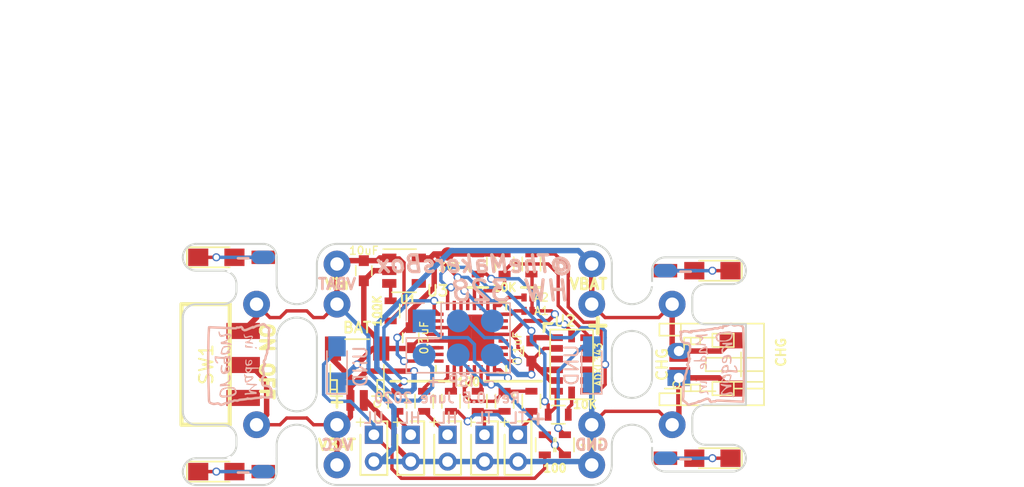
<source format=kicad_pcb>
(kicad_pcb (version 4) (host pcbnew 4.0.6)
  (title_block (title "Beetje 32U4 Blok") (date 2018-08-10) (rev 0.0) (company www.MakersBox.us) (comment 1 648.ken@gmail.com))
  (layers (0 F.Cu signal) (31 B.Cu signal) (34 B.Paste user) (35 F.Paste user) (36 B.SilkS user) (37 F.SilkS user) (38 B.Mask user) (39 F.Mask user) (44 Edge.Cuts user))
  (net 0 "")
  (net 1 GND)
  (net 2 "Net-(D4-Pad2)")
  (net 3 "Net-(D5-Pad2)")
  (net 4 "Net-(J6-Pad1)")
  (net 5 "Net-(J1-Pad1)")
  (net 6 "Net-(J7-Pad1)")
  (net 7 "Net-(J8-Pad1)")
  (net 8 "Net-(SW1-Pad3)")
  (net 9 /D5)
  (net 10 /D6)
  (net 11 /RESET)
  (net 12 /D7)
  (net 13 /D8)
  (net 14 /SCK)
  (net 15 +BATT)
  (net 16 /MISO)
  (net 17 /MOSI)
  (net 18 "Net-(R1-Pad2)")
  (net 19 "Net-(R2-Pad1)")
  (net 20 /SDA)
  (net 21 /SCL)
  (net 22 /D10)
  (net 23 "Net-(U1-Pad4)")
  (net 24 /D2)
  (net 25 /D3)
  (net 26 /D4)
  (net 27 "Net-(U3-Pad7)")
  (net 28 "Net-(U3-Pad8)")
  (net 29 /D9)
  (net 30 "Net-(U3-Pad18)")
  (net 31 "Net-(U3-Pad19)")
  (net 32 "Net-(U3-Pad20)")
  (net 33 "Net-(U3-Pad22)")
  (net 34 /A0)
  (net 35 /A1)
  (net 36 /A2)
  (net 37 /A3)
  (net 38 /D0)
  (net 39 /D1)
  (net 40 "Net-(D1-Pad1)")
  (net 41 "Net-(D1-Pad2)")
  (net 42 "Net-(D2-Pad1)")
  (net 43 "Net-(D2-Pad2)")
  (net 44 "Net-(D3-Pad1)")
  (net 45 "Net-(D3-Pad2)")
  (net 46 "Net-(D6-Pad1)")
  (net 47 "Net-(D6-Pad2)")
  (net 48 "Net-(R13-Pad1)")
  (net 49 "Net-(U2-Pad11)")
  (net 50 "Net-(U2-Pad10)")
  (net 51 "Net-(U2-Pad9)")
  (net 52 "Net-(U2-Pad3)")
  (net 53 +3V3)
  (net 54 /Vin)
  (module footprints:JST_SH_SM02B-SRSS-TB_02x1.00mm_Angled (layer F.Cu) (at 139 103.75 180)
    (fp_text reference J3 hide)
    (fp_text value BAT (at 0 3.5 180) (layer F.SilkS) (effects (font (size 0.8 0.8))))
    (pad 1 smd rect (at -0.5 -1.9375 180) (size 0.6 1.55) (layers F.Cu F.Paste F.Mask) (net 1 GND))
    (pad 2 smd rect (at 0.5 -1.9375 180) (size 0.6 1.55) (layers F.Cu F.Paste F.Mask) (net 15 +BATT))
    (pad 1 smd rect (at -1.8 1.9375 180) (size 1.2 1.8) (layers F.Cu F.Paste F.Mask) (net 1 GND))
    (pad 2 smd rect (at 1.8 1.9375 180) (size 1.2 1.8) (layers F.Cu F.Paste F.Mask) (net 15 +BATT))
  )
  (module footprints:SOT-23-5 (layer F.Cu) (at 142.5 96)
    (fp_text reference U1 (at 0.3 2.15 180) (layer F.SilkS) (effects (font (size 0.6 0.6))))
    (fp_text value MIC5225-3.3)
    (pad 1 smd rect (at -1.1 -0.95) (size 1.06 0.65) (layers F.Cu F.Paste F.Mask) (net 54 /Vin))
    (pad 2 smd rect (at -1.1 0) (size 1.06 0.65) (layers F.Cu F.Paste F.Mask) (net 1 GND))
    (pad 3 smd rect (at -1.1 0.95) (size 1.06 0.65) (layers F.Cu F.Paste F.Mask) (net 18 "Net-(R1-Pad2)"))
    (pad 4 smd rect (at 1.1 0.95) (size 1.06 0.65) (layers F.Cu F.Paste F.Mask) (net 23 "Net-(U1-Pad4)"))
    (pad 5 smd rect (at 1.1 -0.95) (size 1.06 0.65) (layers F.Cu F.Paste F.Mask) (net 53 +3V3))
  )
  (module footprints:MOUSEBITE (layer F.Cu) (at 131.5 97)
    (fp_text reference REF** hide)
    (fp_text value 1pin)
    (pad "" np_thru_hole circle (at -1.016 0) (size 0.3302 0.3302) (drill 0.3302) (layers *.Cu *.Mask))
    (pad "" np_thru_hole circle (at 1.016 0) (size 0.3302 0.3302) (drill 0.3302) (layers *.Cu *.Mask))
    (pad "" np_thru_hole circle (at 0 0) (size 0.3302 0.3302) (drill 0.3302) (layers *.Cu *.Mask))
  )
  (module footprints:JST_PH_S2B-PH-K_02x2.00mm_Angled (layer F.Cu) (at 163 104 90)
    (fp_text reference J22 hide)
    (fp_text value CHG (at 1.905 7.62 90) (layer F.SilkS) (effects (font (size 0.7 0.7))))
    (pad 1 thru_hole rect (at 0 0 90) (size 1.2 1.7) (drill 0.75) (layers *.Cu *.Mask) (net 1 GND))
    (pad 2 thru_hole oval (at 2 0 90) (size 1.2 1.7) (drill 0.75) (layers *.Cu *.Mask) (net 15 +BATT))
  )
  (module footprints:PIN_HEADER_LED (layer F.Cu) (at 151 108.25)
    (fp_text reference J7 hide)
    (fp_text value TL (at 0 -1.25) (layer B.SilkS) (effects (font (size 0.8 0.8)) (justify mirror)))
    (fp_text user + (at -1 -1) (layer F.SilkS) (effects (font (size 0.8 0.8) (thickness 0.1))))
    (pad 1 thru_hole rect (at 0 0) (size 1.35 1.35) (drill 0.8) (layers *.Cu *.Mask) (net 6 "Net-(J7-Pad1)"))
    (pad 2 thru_hole oval (at 0 2) (size 1.35 1.35) (drill 0.8) (layers *.Cu *.Mask) (net 1 GND))
  )
  (module footprints:MadeInOregonRev25 (layer F.Cu) (at 165.5 103 90)
    (fp_text reference VAL hide)
    (fp_text value MadeInOregonRev25 hide)
  )
  (module footprints:PIN_HEADER_LED (layer F.Cu) (at 145.75 108.25)
    (fp_text reference J6 hide)
    (fp_text value HL (at 0 -1.25) (layer B.SilkS) (effects (font (size 0.8 0.8)) (justify mirror)))
    (fp_text user + (at -1 -1) (layer F.SilkS) (effects (font (size 0.8 0.8) (thickness 0.1))))
    (pad 1 thru_hole rect (at 0 0) (size 1.35 1.35) (drill 0.8) (layers *.Cu *.Mask) (net 4 "Net-(J6-Pad1)"))
    (pad 2 thru_hole oval (at 0 2) (size 1.35 1.35) (drill 0.8) (layers *.Cu *.Mask) (net 1 GND))
  )
  (module footprints:Pin_Header_Straight_2x03_Pitch2.54mm (layer B.Cu) (at 144 99.75 270)
    (fp_text reference CON1 hide)
    (fp_text value AVR-ISP-6)
    (pad 1 smd rect (at 0 0 270) (size 1.7 1.7) (layers B.Cu B.Paste B.Mask) (net 16 /MISO))
    (pad 2 smd oval (at 2.54 0 270) (size 1.7 1.7) (layers B.Cu B.Paste B.Mask) (net 54 /Vin))
    (pad 3 smd oval (at 0 -2.54 270) (size 1.7 1.7) (layers B.Cu B.Paste B.Mask) (net 14 /SCK))
    (pad 4 smd oval (at 2.54 -2.54 270) (size 1.7 1.7) (layers B.Cu B.Paste B.Mask) (net 17 /MOSI))
    (pad 5 smd oval (at 0 -5.08 270) (size 1.7 1.7) (layers B.Cu B.Paste B.Mask) (net 11 /RESET))
    (pad 6 smd oval (at 2.54 -5.08 270) (size 1.7 1.7) (layers B.Cu B.Paste B.Mask) (net 1 GND))
  )
  (module footprints:SPST_SMD (layer F.Cu) (at 130.5 103 270)
    (fp_text reference SW1 (at 0 2.75 270) (layer F.SilkS))
    (fp_text value SW_SPDT)
    (pad "" np_thru_hole circle (at 3.4 2.75 270) (size 0.9 0.9) (drill 0.9) (layers *.Cu *.Mask))
    (pad 1 smd rect (at -2.5 0 270) (size 1.2 2.5) (layers F.Cu F.Paste F.Mask) (net 54 /Vin))
    (pad 2 smd rect (at 0.04 0 270) (size 1.2 2.5) (layers F.Cu F.Paste F.Mask) (net 15 +BATT))
    (pad 3 smd rect (at 2.5 0 270) (size 1.2 2.5) (layers F.Cu F.Paste F.Mask) (net 8 "Net-(SW1-Pad3)"))
    (pad "" np_thru_hole circle (at -3.4 2.75 270) (size 0.9 0.9) (drill 0.9) (layers *.Cu *.Mask))
  )
  (module footprints:LED_0805_HandSoldering (layer B.Cu) (at 137.5 103 90)
    (fp_text reference D4 hide)
    (fp_text value UND (at -0.15 1.75 90) (layer B.SilkS) (effects (justify mirror)))
    (pad 1 smd rect (at -1.35 0 90) (size 1.5 1.3) (layers B.Cu B.Paste B.Mask) (net 1 GND))
    (pad 2 smd rect (at 1.35 0 90) (size 1.5 1.3) (layers B.Cu B.Paste B.Mask) (net 2 "Net-(D4-Pad2)"))
  )
  (module footprints:LED_0805_HandSoldering (layer B.Cu) (at 156.5 103 90)
    (fp_text reference D5 hide)
    (fp_text value UND (at -0.05 -1.5 90) (layer B.SilkS) (effects (justify mirror)))
    (pad 1 smd rect (at -1.35 0 90) (size 1.5 1.3) (layers B.Cu B.Paste B.Mask) (net 1 GND))
    (pad 2 smd rect (at 1.35 0 90) (size 1.5 1.3) (layers B.Cu B.Paste B.Mask) (net 3 "Net-(D5-Pad2)"))
  )
  (module footprints:R_0603 (layer F.Cu) (at 142 105.75 270)
    (fp_text reference R6 hide)
    (fp_text value 100 hide)
    (pad 1 smd rect (at -0.75 0 270) (size 0.5 0.9) (layers F.Cu F.Paste F.Mask) (net 25 /D3))
    (pad 2 smd rect (at 0.75 0 270) (size 0.5 0.9) (layers F.Cu F.Paste F.Mask) (net 5 "Net-(J1-Pad1)"))
  )
  (module footprints:R_0603 (layer F.Cu) (at 146 105.75 270)
    (fp_text reference R8 hide)
    (fp_text value 100 hide)
    (pad 1 smd rect (at -0.75 0 270) (size 0.5 0.9) (layers F.Cu F.Paste F.Mask) (net 10 /D6))
    (pad 2 smd rect (at 0.75 0 270) (size 0.5 0.9) (layers F.Cu F.Paste F.Mask) (net 6 "Net-(J7-Pad1)"))
  )
  (module footprints:R_0603 (layer F.Cu) (at 144 105.75 270)
    (fp_text reference R7 hide)
    (fp_text value 100 hide)
    (pad 1 smd rect (at -0.75 0 270) (size 0.5 0.9) (layers F.Cu F.Paste F.Mask) (net 9 /D5))
    (pad 2 smd rect (at 0.75 0 270) (size 0.5 0.9) (layers F.Cu F.Paste F.Mask) (net 4 "Net-(J6-Pad1)"))
  )
  (module footprints:R_0603 (layer F.Cu) (at 148 105.75 270)
    (fp_text reference R9 hide)
    (fp_text value 100 (at -1.45 0.7 360) (layer F.SilkS) (effects (font (size 0.6 0.6))))
    (pad 1 smd rect (at -0.75 0 270) (size 0.5 0.9) (layers F.Cu F.Paste F.Mask) (net 22 /D10))
    (pad 2 smd rect (at 0.75 0 270) (size 0.5 0.9) (layers F.Cu F.Paste F.Mask) (net 7 "Net-(J8-Pad1)"))
  )
  (module footprints:R_0603 (layer F.Cu) (at 153 109 270)
    (fp_text reference R11 hide)
    (fp_text value 100 (at 1.75 -0.75 360) (layer F.SilkS) (effects (font (size 0.6 0.6))))
    (pad 1 smd rect (at -0.75 0 270) (size 0.5 0.9) (layers F.Cu F.Paste F.Mask) (net 17 /MOSI))
    (pad 2 smd rect (at 0.75 0 270) (size 0.5 0.9) (layers F.Cu F.Paste F.Mask) (net 2 "Net-(D4-Pad2)"))
  )
  (module footprints:R_0603 (layer F.Cu) (at 154.5 109 90)
    (fp_text reference R12 hide)
    (fp_text value 100 hide)
    (pad 1 smd rect (at -0.75 0 90) (size 0.5 0.9) (layers F.Cu F.Paste F.Mask) (net 17 /MOSI))
    (pad 2 smd rect (at 0.75 0 90) (size 0.5 0.9) (layers F.Cu F.Paste F.Mask) (net 3 "Net-(D5-Pad2)"))
  )
  (module footprints:R_0603 (layer F.Cu) (at 152 105.75 270)
    (fp_text reference R5 hide)
    (fp_text value 100 hide)
    (pad 1 smd rect (at -0.75 0 270) (size 0.5 0.9) (layers F.Cu F.Paste F.Mask) (net 29 /D9))
    (pad 2 smd rect (at 0.75 0 270) (size 0.5 0.9) (layers F.Cu F.Paste F.Mask) (net 6 "Net-(J7-Pad1)"))
  )
  (module footprints:R_0603 (layer F.Cu) (at 150 105.75 270)
    (fp_text reference R10 hide)
    (fp_text value 100 hide)
    (pad 1 smd rect (at -0.75 0 270) (size 0.5 0.9) (layers F.Cu F.Paste F.Mask) (net 29 /D9))
    (pad 2 smd rect (at 0.75 0 270) (size 0.5 0.9) (layers F.Cu F.Paste F.Mask) (net 7 "Net-(J8-Pad1)"))
  )
  (module footprints:R_0603 (layer F.Cu) (at 148 95.5 90)
    (fp_text reference R4 hide)
    (fp_text value 10K (at -1.75 2 360) (layer F.SilkS) (effects (font (size 0.6 0.6))))
    (pad 1 smd rect (at -0.75 0 90) (size 0.5 0.9) (layers F.Cu F.Paste F.Mask) (net 21 /SCL))
    (pad 2 smd rect (at 0.75 0 90) (size 0.5 0.9) (layers F.Cu F.Paste F.Mask) (net 53 +3V3))
  )
  (module footprints:R_0603 (layer F.Cu) (at 150 95.5 90)
    (fp_text reference R3 hide)
    (fp_text value 10K hide)
    (pad 1 smd rect (at -0.75 0 90) (size 0.5 0.9) (layers F.Cu F.Paste F.Mask) (net 20 /SDA))
    (pad 2 smd rect (at 0.75 0 90) (size 0.5 0.9) (layers F.Cu F.Paste F.Mask) (net 53 +3V3))
  )
  (module footprints:R_0603 (layer F.Cu) (at 154 106.75 180)
    (fp_text reference R2 hide)
    (fp_text value 10K (at -2 0.75 180) (layer F.SilkS) (effects (font (size 0.6 0.6))))
    (pad 1 smd rect (at -0.75 0 180) (size 0.5 0.9) (layers F.Cu F.Paste F.Mask) (net 19 "Net-(R2-Pad1)"))
    (pad 2 smd rect (at 0.75 0 180) (size 0.5 0.9) (layers F.Cu F.Paste F.Mask) (net 53 +3V3))
  )
  (module footprints:R_0603 (layer F.Cu) (at 141.5 99 90)
    (fp_text reference R1 hide)
    (fp_text value 100K (at 0 -1 90) (layer F.SilkS) (effects (font (size 0.6 0.6))))
    (pad 1 smd rect (at -0.75 0 90) (size 0.5 0.9) (layers F.Cu F.Paste F.Mask) (net 54 /Vin))
    (pad 2 smd rect (at 0.75 0 90) (size 0.5 0.9) (layers F.Cu F.Paste F.Mask) (net 18 "Net-(R1-Pad2)"))
  )
  (module footprints:MadeInOregonRev25 (layer F.Cu) (at 130.25 103 270)
    (fp_text reference VAL hide)
    (fp_text value MadeInOregonRev25 hide)
  )
  (module footprints:PIN_HEADER_LED (layer F.Cu) (at 148.5 108.25)
    (fp_text reference J8 hide)
    (fp_text value TL (at 0 -1.25) (layer B.SilkS) (effects (font (size 0.8 0.8)) (justify mirror)))
    (fp_text user + (at -1 -1) (layer F.SilkS) (effects (font (size 0.8 0.8) (thickness 0.1))))
    (pad 1 thru_hole rect (at 0 0) (size 1.35 1.35) (drill 0.8) (layers *.Cu *.Mask) (net 7 "Net-(J8-Pad1)"))
    (pad 2 thru_hole oval (at 0 2) (size 1.35 1.35) (drill 0.8) (layers *.Cu *.Mask) (net 1 GND))
  )
  (module footprints:PIN_HEADER_LED (layer F.Cu) (at 143 108.25)
    (fp_text reference J1 hide)
    (fp_text value HL (at 0 -1.25) (layer B.SilkS) (effects (font (size 0.8 0.8)) (justify mirror)))
    (fp_text user + (at -1 -1) (layer F.SilkS) (effects (font (size 0.8 0.8) (thickness 0.1))))
    (pad 1 thru_hole rect (at 0 0) (size 1.35 1.35) (drill 0.8) (layers *.Cu *.Mask) (net 5 "Net-(J1-Pad1)"))
    (pad 2 thru_hole oval (at 0 2) (size 1.35 1.35) (drill 0.8) (layers *.Cu *.Mask) (net 1 GND))
  )
  (module footprints:QFN-32-1EP_5x5mm_Pitch0.5mm (layer F.Cu) (at 147.5 101)
    (fp_text reference U3 (at -2.5 -3.5 180) (layer F.SilkS) (effects (font (size 0.8 0.8))))
    (fp_text value ATMEGA328-MU)
    (pad 1 smd rect (at -2.4 -1.75) (size 0.7 0.25) (layers F.Cu F.Paste F.Mask) (net 25 /D3))
    (pad 2 smd rect (at -2.4 -1.25) (size 0.7 0.25) (layers F.Cu F.Paste F.Mask) (net 26 /D4))
    (pad 3 smd rect (at -2.4 -0.75) (size 0.7 0.25) (layers F.Cu F.Paste F.Mask) (net 1 GND))
    (pad 4 smd rect (at -2.4 -0.25) (size 0.7 0.25) (layers F.Cu F.Paste F.Mask) (net 53 +3V3))
    (pad 5 smd rect (at -2.4 0.25) (size 0.7 0.25) (layers F.Cu F.Paste F.Mask) (net 1 GND))
    (pad 6 smd rect (at -2.4 0.75) (size 0.7 0.25) (layers F.Cu F.Paste F.Mask) (net 53 +3V3))
    (pad 7 smd rect (at -2.4 1.25) (size 0.7 0.25) (layers F.Cu F.Paste F.Mask) (net 27 "Net-(U3-Pad7)"))
    (pad 8 smd rect (at -2.4 1.75) (size 0.7 0.25) (layers F.Cu F.Paste F.Mask) (net 28 "Net-(U3-Pad8)"))
    (pad 9 smd rect (at -1.75 2.4 90) (size 0.7 0.25) (layers F.Cu F.Paste F.Mask) (net 9 /D5))
    (pad 10 smd rect (at -1.25 2.4 90) (size 0.7 0.25) (layers F.Cu F.Paste F.Mask) (net 10 /D6))
    (pad 11 smd rect (at -0.75 2.4 90) (size 0.7 0.25) (layers F.Cu F.Paste F.Mask) (net 12 /D7))
    (pad 12 smd rect (at -0.25 2.4 90) (size 0.7 0.25) (layers F.Cu F.Paste F.Mask) (net 13 /D8))
    (pad 13 smd rect (at 0.25 2.4 90) (size 0.7 0.25) (layers F.Cu F.Paste F.Mask) (net 29 /D9))
    (pad 14 smd rect (at 0.75 2.4 90) (size 0.7 0.25) (layers F.Cu F.Paste F.Mask) (net 22 /D10))
    (pad 15 smd rect (at 1.25 2.4 90) (size 0.7 0.25) (layers F.Cu F.Paste F.Mask) (net 17 /MOSI))
    (pad 16 smd rect (at 1.75 2.4 90) (size 0.7 0.25) (layers F.Cu F.Paste F.Mask) (net 16 /MISO))
    (pad 17 smd rect (at 2.4 1.75) (size 0.7 0.25) (layers F.Cu F.Paste F.Mask) (net 14 /SCK))
    (pad 18 smd rect (at 2.4 1.25) (size 0.7 0.25) (layers F.Cu F.Paste F.Mask) (net 30 "Net-(U3-Pad18)"))
    (pad 19 smd rect (at 2.4 0.75) (size 0.7 0.25) (layers F.Cu F.Paste F.Mask) (net 31 "Net-(U3-Pad19)"))
    (pad 20 smd rect (at 2.4 0.25) (size 0.7 0.25) (layers F.Cu F.Paste F.Mask) (net 32 "Net-(U3-Pad20)"))
    (pad 21 smd rect (at 2.4 -0.25) (size 0.7 0.25) (layers F.Cu F.Paste F.Mask) (net 1 GND))
    (pad 22 smd rect (at 2.4 -0.75) (size 0.7 0.25) (layers F.Cu F.Paste F.Mask) (net 33 "Net-(U3-Pad22)"))
    (pad 23 smd rect (at 2.4 -1.25) (size 0.7 0.25) (layers F.Cu F.Paste F.Mask) (net 34 /A0))
    (pad 24 smd rect (at 2.4 -1.75) (size 0.7 0.25) (layers F.Cu F.Paste F.Mask) (net 35 /A1))
    (pad 25 smd rect (at 1.75 -2.4 90) (size 0.7 0.25) (layers F.Cu F.Paste F.Mask) (net 36 /A2))
    (pad 26 smd rect (at 1.25 -2.4 90) (size 0.7 0.25) (layers F.Cu F.Paste F.Mask) (net 37 /A3))
    (pad 27 smd rect (at 0.75 -2.4 90) (size 0.7 0.25) (layers F.Cu F.Paste F.Mask) (net 20 /SDA))
    (pad 28 smd rect (at 0.25 -2.4 90) (size 0.7 0.25) (layers F.Cu F.Paste F.Mask) (net 21 /SCL))
    (pad 29 smd rect (at -0.25 -2.4 90) (size 0.7 0.25) (layers F.Cu F.Paste F.Mask) (net 11 /RESET))
    (pad 30 smd rect (at -0.75 -2.4 90) (size 0.7 0.25) (layers F.Cu F.Paste F.Mask) (net 38 /D0))
    (pad 31 smd rect (at -1.25 -2.4 90) (size 0.7 0.25) (layers F.Cu F.Paste F.Mask) (net 39 /D1))
    (pad 32 smd rect (at -1.75 -2.4 90) (size 0.7 0.25) (layers F.Cu F.Paste F.Mask) (net 24 /D2))
    (pad 3 smd rect (at 0.8625 0.8625) (size 1.725 1.725) (layers F.Cu F.Paste F.Mask) (net 1 GND))
    (pad 3 smd rect (at 0.8625 -0.8625) (size 1.725 1.725) (layers F.Cu F.Paste F.Mask) (net 1 GND))
    (pad 3 smd rect (at -0.8625 0.8625) (size 1.725 1.725) (layers F.Cu F.Paste F.Mask) (net 1 GND))
    (pad 3 smd rect (at -0.8625 -0.8625) (size 1.725 1.725) (layers F.Cu F.Paste F.Mask) (net 1 GND))
  )
  (module footprints:JST_SH_SM02B-SRSS-TB_02x1.00mm_Angled (layer F.Cu) (at 165 103 90)
    (fp_text reference J2 hide)
    (fp_text value CHG (at 0 -3.25 90) (layer F.SilkS) (effects (font (size 0.8 0.8))))
    (pad 1 smd rect (at -0.5 -1.9375 90) (size 0.6 1.55) (layers F.Cu F.Paste F.Mask) (net 1 GND))
    (pad 2 smd rect (at 0.5 -1.9375 90) (size 0.6 1.55) (layers F.Cu F.Paste F.Mask) (net 15 +BATT))
    (pad 1 smd rect (at -1.8 1.9375 90) (size 1.2 1.8) (layers F.Cu F.Paste F.Mask) (net 1 GND))
    (pad 2 smd rect (at 1.8 1.9375 90) (size 1.2 1.8) (layers F.Cu F.Paste F.Mask) (net 15 +BATT))
  )
  (module footprints:LED_0805_HandSoldering (layer F.Cu) (at 128.5 111)
    (fp_text reference D1 hide)
    (fp_text value LED hide)
    (pad 1 smd rect (at -1.35 0) (size 1.5 1.3) (layers F.Cu F.Paste F.Mask) (net 40 "Net-(D1-Pad1)"))
    (pad 2 smd rect (at 1.35 0) (size 1.5 1.3) (layers F.Cu F.Paste F.Mask) (net 41 "Net-(D1-Pad2)"))
  )
  (module footprints:LED_0805_HandSoldering (layer F.Cu) (at 165.5 110 180)
    (fp_text reference D2 hide)
    (fp_text value LED hide)
    (pad 1 smd rect (at -1.35 0 180) (size 1.5 1.3) (layers F.Cu F.Paste F.Mask) (net 42 "Net-(D2-Pad1)"))
    (pad 2 smd rect (at 1.35 0 180) (size 1.5 1.3) (layers F.Cu F.Paste F.Mask) (net 43 "Net-(D2-Pad2)"))
  )
  (module footprints:LED_0805_HandSoldering (layer F.Cu) (at 128.5 95)
    (fp_text reference D3 hide)
    (fp_text value LED hide)
    (pad 1 smd rect (at -1.35 0) (size 1.5 1.3) (layers F.Cu F.Paste F.Mask) (net 44 "Net-(D3-Pad1)"))
    (pad 2 smd rect (at 1.35 0) (size 1.5 1.3) (layers F.Cu F.Paste F.Mask) (net 45 "Net-(D3-Pad2)"))
  )
  (module footprints:LED_0805_HandSoldering (layer F.Cu) (at 165.5 96 180)
    (fp_text reference D6 hide)
    (fp_text value LED hide)
    (pad 1 smd rect (at -1.35 0 180) (size 1.5 1.3) (layers F.Cu F.Paste F.Mask) (net 46 "Net-(D6-Pad1)"))
    (pad 2 smd rect (at 1.35 0 180) (size 1.5 1.3) (layers F.Cu F.Paste F.Mask) (net 47 "Net-(D6-Pad2)"))
  )
  (module footprints:LED_PADS (layer F.Cu) (at 132 111)
    (fp_text reference J4 hide)
    (fp_text value LED)
    (pad 1 smd rect (at 0 0) (size 1.75 1) (layers F.Cu F.Paste F.Mask) (net 41 "Net-(D1-Pad2)"))
    (pad 2 smd oval (at 0 0) (size 1.75 1) (layers B.Cu B.Paste B.Mask) (net 40 "Net-(D1-Pad1)"))
  )
  (module footprints:LED_PADS (layer F.Cu) (at 162 110)
    (fp_text reference J5 hide)
    (fp_text value LED)
    (pad 1 smd rect (at 0 0) (size 1.75 1) (layers F.Cu F.Paste F.Mask) (net 43 "Net-(D2-Pad2)"))
    (pad 2 smd oval (at 0 0) (size 1.75 1) (layers B.Cu B.Paste B.Mask) (net 42 "Net-(D2-Pad1)"))
  )
  (module footprints:LED_PADS (layer F.Cu) (at 132 95)
    (fp_text reference J9 hide)
    (fp_text value LED)
    (pad 1 smd rect (at 0 0) (size 1.75 1) (layers F.Cu F.Paste F.Mask) (net 45 "Net-(D3-Pad2)"))
    (pad 2 smd oval (at 0 0) (size 1.75 1) (layers B.Cu B.Paste B.Mask) (net 44 "Net-(D3-Pad1)"))
  )
  (module footprints:LED_PADS (layer F.Cu) (at 162 96)
    (fp_text reference J10 hide)
    (fp_text value LED)
    (pad 1 smd rect (at 0 0) (size 1.75 1) (layers F.Cu F.Paste F.Mask) (net 47 "Net-(D6-Pad2)"))
    (pad 2 smd oval (at 0 0) (size 1.75 1) (layers B.Cu B.Paste B.Mask) (net 46 "Net-(D6-Pad1)"))
  )
  (module footprints:MOUSEBITE (layer F.Cu) (at 131.5 110)
    (fp_text reference REF** hide)
    (fp_text value 1pin)
    (pad "" np_thru_hole circle (at -1.016 0) (size 0.3302 0.3302) (drill 0.3302) (layers *.Cu *.Mask))
    (pad "" np_thru_hole circle (at 1.016 0) (size 0.3302 0.3302) (drill 0.3302) (layers *.Cu *.Mask))
    (pad "" np_thru_hole circle (at 0 0) (size 0.3302 0.3302) (drill 0.3302) (layers *.Cu *.Mask))
  )
  (module footprints:MOUSEBITE (layer F.Cu) (at 131.5 109)
    (fp_text reference REF** hide)
    (fp_text value 1pin)
    (pad "" np_thru_hole circle (at -1.016 0) (size 0.3302 0.3302) (drill 0.3302) (layers *.Cu *.Mask))
    (pad "" np_thru_hole circle (at 1.016 0) (size 0.3302 0.3302) (drill 0.3302) (layers *.Cu *.Mask))
    (pad "" np_thru_hole circle (at 0 0) (size 0.3302 0.3302) (drill 0.3302) (layers *.Cu *.Mask))
  )
  (module footprints:MOUSEBITE (layer F.Cu) (at 130.5 96)
    (fp_text reference REF** hide)
    (fp_text value 1pin)
    (pad "" np_thru_hole circle (at -1.016 0) (size 0.3302 0.3302) (drill 0.3302) (layers *.Cu *.Mask))
    (pad "" np_thru_hole circle (at 1.016 0) (size 0.3302 0.3302) (drill 0.3302) (layers *.Cu *.Mask))
    (pad "" np_thru_hole circle (at 0 0) (size 0.3302 0.3302) (drill 0.3302) (layers *.Cu *.Mask))
  )
  (module footprints:MOUSEBITE (layer F.Cu) (at 163 109)
    (fp_text reference REF** hide)
    (fp_text value 1pin)
    (pad "" np_thru_hole circle (at -1.016 0) (size 0.3302 0.3302) (drill 0.3302) (layers *.Cu *.Mask))
    (pad "" np_thru_hole circle (at 1.016 0) (size 0.3302 0.3302) (drill 0.3302) (layers *.Cu *.Mask))
    (pad "" np_thru_hole circle (at 0 0) (size 0.3302 0.3302) (drill 0.3302) (layers *.Cu *.Mask))
  )
  (module footprints:MOUSEBITE (layer F.Cu) (at 163 97)
    (fp_text reference REF** hide)
    (fp_text value 1pin)
    (pad "" np_thru_hole circle (at -1.016 0) (size 0.3302 0.3302) (drill 0.3302) (layers *.Cu *.Mask))
    (pad "" np_thru_hole circle (at 1.016 0) (size 0.3302 0.3302) (drill 0.3302) (layers *.Cu *.Mask))
    (pad "" np_thru_hole circle (at 0 0) (size 0.3302 0.3302) (drill 0.3302) (layers *.Cu *.Mask))
  )
  (module footprints:MOUSEBITE (layer F.Cu) (at 161 99 90)
    (fp_text reference REF** hide)
    (fp_text value 1pin)
    (pad "" np_thru_hole circle (at -1.016 0 90) (size 0.3302 0.3302) (drill 0.3302) (layers *.Cu *.Mask))
    (pad "" np_thru_hole circle (at 1.016 0 90) (size 0.3302 0.3302) (drill 0.3302) (layers *.Cu *.Mask))
    (pad "" np_thru_hole circle (at 0 0 90) (size 0.3302 0.3302) (drill 0.3302) (layers *.Cu *.Mask))
  )
  (module footprints:MOUSEBITE (layer F.Cu) (at 158 99 90)
    (fp_text reference REF** hide)
    (fp_text value 1pin)
    (pad "" np_thru_hole circle (at -1.016 0 90) (size 0.3302 0.3302) (drill 0.3302) (layers *.Cu *.Mask))
    (pad "" np_thru_hole circle (at 1.016 0 90) (size 0.3302 0.3302) (drill 0.3302) (layers *.Cu *.Mask))
    (pad "" np_thru_hole circle (at 0 0 90) (size 0.3302 0.3302) (drill 0.3302) (layers *.Cu *.Mask))
  )
  (module footprints:MOUSEBITE (layer F.Cu) (at 161 106 90)
    (fp_text reference REF** hide)
    (fp_text value 1pin)
    (pad "" np_thru_hole circle (at -1.016 0 90) (size 0.3302 0.3302) (drill 0.3302) (layers *.Cu *.Mask))
    (pad "" np_thru_hole circle (at 1.016 0 90) (size 0.3302 0.3302) (drill 0.3302) (layers *.Cu *.Mask))
    (pad "" np_thru_hole circle (at 0 0 90) (size 0.3302 0.3302) (drill 0.3302) (layers *.Cu *.Mask))
  )
  (module footprints:MOUSEBITE (layer F.Cu) (at 158 106 90)
    (fp_text reference REF** hide)
    (fp_text value 1pin)
    (pad "" np_thru_hole circle (at -1.016 0 90) (size 0.3302 0.3302) (drill 0.3302) (layers *.Cu *.Mask))
    (pad "" np_thru_hole circle (at 1.016 0 90) (size 0.3302 0.3302) (drill 0.3302) (layers *.Cu *.Mask))
    (pad "" np_thru_hole circle (at 0 0 90) (size 0.3302 0.3302) (drill 0.3302) (layers *.Cu *.Mask))
  )
  (module footprints:MOUSEBITE (layer F.Cu) (at 136 107 90)
    (fp_text reference REF** hide)
    (fp_text value 1pin)
    (pad "" np_thru_hole circle (at -1.016 0 90) (size 0.3302 0.3302) (drill 0.3302) (layers *.Cu *.Mask))
    (pad "" np_thru_hole circle (at 1.016 0 90) (size 0.3302 0.3302) (drill 0.3302) (layers *.Cu *.Mask))
    (pad "" np_thru_hole circle (at 0 0 90) (size 0.3302 0.3302) (drill 0.3302) (layers *.Cu *.Mask))
  )
  (module footprints:MOUSEBITE (layer F.Cu) (at 133 107 90)
    (fp_text reference REF** hide)
    (fp_text value 1pin)
    (pad "" np_thru_hole circle (at -1.016 0 90) (size 0.3302 0.3302) (drill 0.3302) (layers *.Cu *.Mask))
    (pad "" np_thru_hole circle (at 1.016 0 90) (size 0.3302 0.3302) (drill 0.3302) (layers *.Cu *.Mask))
    (pad "" np_thru_hole circle (at 0 0 90) (size 0.3302 0.3302) (drill 0.3302) (layers *.Cu *.Mask))
  )
  (module footprints:MOUSEBITE (layer F.Cu) (at 136 99 90)
    (fp_text reference REF** hide)
    (fp_text value 1pin)
    (pad "" np_thru_hole circle (at -1.016 0 90) (size 0.3302 0.3302) (drill 0.3302) (layers *.Cu *.Mask))
    (pad "" np_thru_hole circle (at 1.016 0 90) (size 0.3302 0.3302) (drill 0.3302) (layers *.Cu *.Mask))
    (pad "" np_thru_hole circle (at 0 0 90) (size 0.3302 0.3302) (drill 0.3302) (layers *.Cu *.Mask))
  )
  (module footprints:MOUSEBITE (layer F.Cu) (at 133 99 90)
    (fp_text reference REF** hide)
    (fp_text value 1pin)
    (pad "" np_thru_hole circle (at -1.016 0 90) (size 0.3302 0.3302) (drill 0.3302) (layers *.Cu *.Mask))
    (pad "" np_thru_hole circle (at 1.016 0 90) (size 0.3302 0.3302) (drill 0.3302) (layers *.Cu *.Mask))
    (pad "" np_thru_hole circle (at 0 0 90) (size 0.3302 0.3302) (drill 0.3302) (layers *.Cu *.Mask))
  )
  (module footprints:MOUSEBITEx1 (layer F.Cu) (at 129.5 110)
    (fp_text reference REF** hide)
    (fp_text value 1pin)
    (pad "" np_thru_hole circle (at 0 0) (size 0.3302 0.3302) (drill 0.3302) (layers *.Cu *.Mask))
  )
  (module footprints:MOUSEBITEx1 (layer F.Cu) (at 132.5 96)
    (fp_text reference REF** hide)
    (fp_text value 1pin)
    (pad "" np_thru_hole circle (at 0 0) (size 0.3302 0.3302) (drill 0.3302) (layers *.Cu *.Mask))
  )
  (module footprints:MOUSEBITEx1 (layer F.Cu) (at 161 97)
    (fp_text reference REF** hide)
    (fp_text value 1pin)
    (pad "" np_thru_hole circle (at 0 0) (size 0.3302 0.3302) (drill 0.3302) (layers *.Cu *.Mask))
  )
  (module footprints:MOUSEBITEx1 (layer F.Cu) (at 161 109)
    (fp_text reference REF** hide)
    (fp_text value 1pin)
    (pad "" np_thru_hole circle (at 0 0) (size 0.3302 0.3302) (drill 0.3302) (layers *.Cu *.Mask))
  )
  (module footprints:MOUSEBITEx1 (layer F.Cu) (at 158 108)
    (fp_text reference REF** hide)
    (fp_text value 1pin)
    (pad "" np_thru_hole circle (at 0 0) (size 0.3302 0.3302) (drill 0.3302) (layers *.Cu *.Mask))
  )
  (module footprints:MOUSEBITEx1 (layer F.Cu) (at 161 108)
    (fp_text reference REF** hide)
    (fp_text value 1pin)
    (pad "" np_thru_hole circle (at 0 0) (size 0.3302 0.3302) (drill 0.3302) (layers *.Cu *.Mask))
  )
  (module footprints:MOUSEBITEx1 (layer F.Cu) (at 158 101)
    (fp_text reference REF** hide)
    (fp_text value 1pin)
    (pad "" np_thru_hole circle (at 0 0) (size 0.3302 0.3302) (drill 0.3302) (layers *.Cu *.Mask))
  )
  (module footprints:MOUSEBITEx1 (layer F.Cu) (at 161 101)
    (fp_text reference REF** hide)
    (fp_text value 1pin)
    (pad "" np_thru_hole circle (at 0 0) (size 0.3302 0.3302) (drill 0.3302) (layers *.Cu *.Mask))
  )
  (module footprints:Jumper (layer F.Cu) (at 151.75 98)
    (fp_text reference JP2 hide)
    (fp_text value A2 (at 1 0) (layer F.SilkS) (effects (font (size 0.6 0.6) (thickness 0.1))))
    (pad 1 smd rect (at -0.3 0) (size 0.4 0.6) (layers F.Cu F.Paste F.Mask) (net 36 /A2))
    (pad 2 smd rect (at 0.3 0) (size 0.4 0.6) (layers F.Cu F.Paste F.Mask) (net 1 GND))
  )
  (module footprints:Jumper (layer F.Cu) (at 151.75 99)
    (fp_text reference JP3 hide)
    (fp_text value A1 (at 1 0) (layer F.SilkS) (effects (font (size 0.6 0.6) (thickness 0.1))))
    (pad 1 smd rect (at -0.3 0) (size 0.4 0.6) (layers F.Cu F.Paste F.Mask) (net 35 /A1))
    (pad 2 smd rect (at 0.3 0) (size 0.4 0.6) (layers F.Cu F.Paste F.Mask) (net 1 GND))
  )
  (module footprints:PIN_HEADER_LED (layer F.Cu) (at 140.25 108.25)
    (fp_text reference J11 hide)
    (fp_text value UL (at 0 -1.25) (layer B.SilkS) (effects (font (size 0.8 0.8)) (justify mirror)))
    (fp_text user + (at -1 -1) (layer F.SilkS) (effects (font (size 0.8 0.8) (thickness 0.1))))
    (pad 1 thru_hole rect (at 0 0) (size 1.35 1.35) (drill 0.8) (layers *.Cu *.Mask) (net 2 "Net-(D4-Pad2)"))
    (pad 2 thru_hole oval (at 0 2) (size 1.35 1.35) (drill 0.8) (layers *.Cu *.Mask) (net 1 GND))
  )
  (module footprints:R_0603 (layer F.Cu) (at 152 95.5 270)
    (fp_text reference R13 hide)
    (fp_text value 10K hide)
    (pad 1 smd rect (at -0.75 0 270) (size 0.5 0.9) (layers F.Cu F.Paste F.Mask) (net 48 "Net-(R13-Pad1)"))
    (pad 2 smd rect (at 0.75 0 270) (size 0.5 0.9) (layers F.Cu F.Paste F.Mask) (net 1 GND))
  )
  (module footprints:lga-14 (layer F.Cu) (at 155 103 270)
    (fp_text reference U2 (at -3.25 0.5 360) (layer F.SilkS) (effects (font (size 0.8 0.8))))
    (fp_text value ADXL343 (at 0 -2 270) (layer F.SilkS) (effects (font (size 0.5 0.5) (thickness 0.1))))
    (pad 14 smd rect (at -2.15 0 270) (size 1 0.5) (layers F.Cu F.Paste F.Mask) (net 21 /SCL))
    (pad 13 smd rect (at -2 -1.15 270) (size 0.5 1) (layers F.Cu F.Paste F.Mask) (net 20 /SDA))
    (pad 12 smd rect (at -1.2 -1.15 270) (size 0.5 1) (layers F.Cu F.Paste F.Mask) (net 48 "Net-(R13-Pad1)"))
    (pad 11 smd rect (at -0.4 -1.15 270) (size 0.5 1) (layers F.Cu F.Paste F.Mask) (net 49 "Net-(U2-Pad11)"))
    (pad 10 smd rect (at 0.4 -1.15 270) (size 0.5 1) (layers F.Cu F.Paste F.Mask) (net 50 "Net-(U2-Pad10)"))
    (pad 9 smd rect (at 1.2 -1.15 270) (size 0.5 1) (layers F.Cu F.Paste F.Mask) (net 51 "Net-(U2-Pad9)"))
    (pad 8 smd rect (at 2 -1.15 270) (size 0.5 1) (layers F.Cu F.Paste F.Mask) (net 24 /D2))
    (pad 7 smd rect (at 2.15 0 270) (size 1 0.5) (layers F.Cu F.Paste F.Mask) (net 19 "Net-(R2-Pad1)"))
    (pad 6 smd rect (at 2 1.15 270) (size 0.5 1) (layers F.Cu F.Paste F.Mask) (net 53 +3V3))
    (pad 5 smd rect (at 1.2 1.15 270) (size 0.5 1) (layers F.Cu F.Paste F.Mask) (net 1 GND))
    (pad 4 smd rect (at 0.4 1.15 270) (size 0.5 1) (layers F.Cu F.Paste F.Mask) (net 1 GND))
    (pad 3 smd rect (at -0.4 1.15 270) (size 0.5 1) (layers F.Cu F.Paste F.Mask) (net 52 "Net-(U2-Pad3)"))
    (pad 2 smd rect (at -1.2 1.15 270) (size 0.5 1) (layers F.Cu F.Paste F.Mask) (net 1 GND))
    (pad 1 smd rect (at -2 1.15 270) (size 0.5 1) (layers F.Cu F.Paste F.Mask) (net 53 +3V3))
  )
  (module footprints:SolderWirePad_single_1mmDrill (layer F.Cu) (at 137.5 95.5)
    (fp_text reference J54 hide)
    (fp_text value Conn)
    (pad 1 thru_hole circle (at 0 0) (size 2 2) (drill 1.00076) (layers *.Cu *.Mask) (net 54 /Vin))
  )
  (module footprints:SolderWirePad_single_1mmDrill (layer F.Cu) (at 137.5 98.5)
    (fp_text reference J58 hide)
    (fp_text value Conn)
    (pad 1 thru_hole circle (at 0 0) (size 2 2) (drill 1.00076) (layers *.Cu *.Mask) (net 54 /Vin))
  )
  (module footprints:SolderWirePad_single_1mmDrill (layer F.Cu) (at 137.5 110.5)
    (fp_text reference J55 hide)
    (fp_text value Conn)
    (pad 1 thru_hole circle (at 0 0) (size 2 2) (drill 1.00076) (layers *.Cu *.Mask) (net 15 +BATT))
  )
  (module footprints:SolderWirePad_single_1mmDrill (layer F.Cu) (at 156.5 110.5)
    (fp_text reference J45 hide)
    (fp_text value Conn)
    (pad 1 thru_hole circle (at 0 0) (size 2 2) (drill 1.00076) (layers *.Cu *.Mask) (net 1 GND))
  )
  (module footprints:SolderWirePad_single_1mmDrill (layer F.Cu) (at 156.5 95.5)
    (fp_text reference J44 hide)
    (fp_text value Conn)
    (pad 1 thru_hole circle (at 0 0) (size 2 2) (drill 1.00076) (layers *.Cu *.Mask) (net 15 +BATT))
  )
  (module footprints:SolderWirePad_single_1mmDrill (layer F.Cu) (at 131.5 98.5)
    (fp_text reference J56 hide)
    (fp_text value Conn)
    (pad 1 thru_hole circle (at 0 0) (size 2 2) (drill 1.00076) (layers *.Cu *.Mask) (net 54 /Vin))
  )
  (module footprints:SolderWirePad_single_1mmDrill (layer F.Cu) (at 162.5 98.5)
    (fp_text reference J46 hide)
    (fp_text value Conn)
    (pad 1 thru_hole circle (at 0 0) (size 2 2) (drill 1.00076) (layers *.Cu *.Mask) (net 15 +BATT))
  )
  (module footprints:SolderWirePad_single_1mmDrill (layer F.Cu) (at 162.5 107.5)
    (fp_text reference J47 hide)
    (fp_text value Conn)
    (pad 1 thru_hole circle (at 0 0) (size 2 2) (drill 1.00076) (layers *.Cu *.Mask) (net 1 GND))
  )
  (module footprints:SolderWirePad_single_1mmDrill (layer F.Cu) (at 156.5 98.5)
    (fp_text reference J48 hide)
    (fp_text value Conn)
    (pad 1 thru_hole circle (at 0 0) (size 2 2) (drill 1.00076) (layers *.Cu *.Mask) (net 15 +BATT))
  )
  (module footprints:SolderWirePad_single_1mmDrill (layer F.Cu) (at 156.5 107.5)
    (fp_text reference J49 hide)
    (fp_text value Conn)
    (pad 1 thru_hole circle (at 0 0) (size 2 2) (drill 1.00076) (layers *.Cu *.Mask) (net 1 GND))
  )
  (module footprints:SolderWirePad_single_1mmDrill (layer F.Cu) (at 131.5 107.5)
    (fp_text reference J57 hide)
    (fp_text value Conn)
    (pad 1 thru_hole circle (at 0 0) (size 2 2) (drill 1.00076) (layers *.Cu *.Mask) (net 15 +BATT))
  )
  (module footprints:SolderWirePad_single_1mmDrill (layer F.Cu) (at 137.5 107.5)
    (fp_text reference J59 hide)
    (fp_text value Conn)
    (pad 1 thru_hole circle (at 0 0) (size 2 2) (drill 1.00076) (layers *.Cu *.Mask) (net 15 +BATT))
  )
  (module footprints:C_0603 (layer F.Cu) (at 139.5 96 270)
    (fp_text reference C2 hide)
    (fp_text value 10uF (at -1.5 0 360) (layer F.SilkS) (effects (font (size 0.6 0.6) (thickness 0.1))))
    (pad 2 smd rect (at 0.75 0 270) (size 0.8 0.75) (layers F.Cu F.Paste F.Mask) (net 1 GND))
    (pad 1 smd rect (at -0.75 0 270) (size 0.8 0.75) (layers F.Cu F.Paste F.Mask) (net 54 /Vin))
  )
  (module footprints:C_0603 (layer F.Cu) (at 152 102 270)
    (fp_text reference C4 hide)
    (fp_text value 0.1uF (at -0.2 1.05 270) (layer F.SilkS) (effects (font (size 0.6 0.6) (thickness 0.1))))
    (pad 2 smd rect (at 0.75 0 270) (size 0.8 0.75) (layers F.Cu F.Paste F.Mask) (net 1 GND))
    (pad 1 smd rect (at -0.75 0 270) (size 0.8 0.75) (layers F.Cu F.Paste F.Mask) (net 53 +3V3))
  )
  (module footprints:C_0603 (layer F.Cu) (at 143 101 270)
    (fp_text reference C1 hide)
    (fp_text value 0.1uF (at 0 -1 270) (layer F.SilkS) (effects (font (size 0.6 0.6) (thickness 0.1))))
    (pad 2 smd rect (at 0.75 0 270) (size 0.8 0.75) (layers F.Cu F.Paste F.Mask) (net 1 GND))
    (pad 1 smd rect (at -0.75 0 270) (size 0.8 0.75) (layers F.Cu F.Paste F.Mask) (net 53 +3V3))
  )
  (module Wire_Pads:SolderWirePad_single_SMD_5x10mm (layer F.Cu) (at 145.75 94.75)
    (fp_text reference J12 hide)
    (fp_text value 3V3 (at 0.15 1) (layer F.SilkS) (effects (font (size 0.6 0.6) (thickness 0.1))))
    (pad 1 smd circle (at 0 0) (size 1 1) (layers F.Cu F.Paste F.Mask) (net 53 +3V3))
  )
  (gr_line (start 148.5 104.25) (end 152.75 104.25) (angle 90) (layer F.SilkS) (width 0.2))
  (gr_line (start 146.25 104.25) (end 141.5 104.25) (angle 90) (layer F.SilkS) (width 0.2))
  (gr_line (start 148.75 97.25) (end 147.25 97.25) (angle 90) (layer F.SilkS) (width 0.2))
  (gr_line (start 151.25 97.25) (end 152.75 97.25) (angle 90) (layer F.SilkS) (width 0.2))
  (gr_text VBAT (at 156.25 97) (layer F.SilkS) (effects (font (size 0.8 0.8) (thickness 0.2))))
  (gr_line (start 133 97) (end 133 96) (angle 90) (layer Edge.Cuts) (width 0.15))
  (gr_line (start 127 96) (end 129 96) (angle 90) (layer Edge.Cuts) (width 0.15))
  (gr_line (start 130 97.5) (end 130 97) (angle 90) (layer Edge.Cuts) (width 0.15))
  (gr_line (start 127 98.5) (end 129 98.5) (angle 90) (layer Edge.Cuts) (width 0.15))
  (gr_line (start 126 106.5) (end 126 99.5) (angle 90) (layer Edge.Cuts) (width 0.15))
  (gr_arc (start 129 97) (end 129 96) (angle 90) (layer Edge.Cuts) (width 0.15))
  (gr_arc (start 129 97.5) (end 130 97.5) (angle 90) (layer Edge.Cuts) (width 0.15))
  (gr_arc (start 127 99.5) (end 126 99.5) (angle 90) (layer Edge.Cuts) (width 0.15))
  (gr_line (start 130 109) (end 130 108.5) (angle 90) (layer Edge.Cuts) (width 0.15))
  (gr_line (start 133 110) (end 133 109) (angle 90) (layer Edge.Cuts) (width 0.15))
  (gr_line (start 127 110) (end 129 110) (angle 90) (layer Edge.Cuts) (width 0.15))
  (gr_line (start 127 107.5) (end 129 107.5) (angle 90) (layer Edge.Cuts) (width 0.15))
  (gr_arc (start 129 109) (end 130 109) (angle 90) (layer Edge.Cuts) (width 0.15))
  (gr_arc (start 129 108.5) (end 129 107.5) (angle 90) (layer Edge.Cuts) (width 0.15))
  (gr_arc (start 127 106.5) (end 127 107.5) (angle 90) (layer Edge.Cuts) (width 0.15))
  (gr_line (start 165 106) (end 168 106) (angle 90) (layer Edge.Cuts) (width 0.15))
  (gr_line (start 165 100) (end 168 100) (angle 90) (layer Edge.Cuts) (width 0.15))
  (gr_line (start 168 106) (end 168 100) (angle 90) (layer Edge.Cuts) (width 0.15))
  (gr_line (start 165 97) (end 167 97) (angle 90) (layer Edge.Cuts) (width 0.15))
  (gr_line (start 164 99) (end 164 98) (angle 90) (layer Edge.Cuts) (width 0.15))
  (gr_arc (start 165 98) (end 164 98) (angle 90) (layer Edge.Cuts) (width 0.15))
  (gr_arc (start 165 99) (end 165 100) (angle 90) (layer Edge.Cuts) (width 0.15))
  (gr_line (start 164 108) (end 164 107) (angle 90) (layer Edge.Cuts) (width 0.15))
  (gr_line (start 167 109) (end 165 109) (angle 90) (layer Edge.Cuts) (width 0.15))
  (gr_arc (start 165 107) (end 164 107) (angle 90) (layer Edge.Cuts) (width 0.15))
  (gr_arc (start 165 108) (end 165 109) (angle 90) (layer Edge.Cuts) (width 0.15))
  (gr_text - (at 130.5 95) (layer B.SilkS) (effects (font (size 1 1) (thickness 0.2)) (justify mirror)))
  (gr_text - (at 130.5 111) (layer B.SilkS) (effects (font (size 1 1) (thickness 0.2)) (justify mirror)))
  (gr_text - (at 163.5 110) (layer B.SilkS) (effects (font (size 1 1) (thickness 0.2)) (justify mirror)))
  (gr_text - (at 163.5 96) (layer B.SilkS) (effects (font (size 1 1) (thickness 0.2)) (justify mirror)))
  (gr_line (start 161 96) (end 161 97) (angle 90) (layer Edge.Cuts) (width 0.15))
  (gr_line (start 161 110) (end 161 109) (angle 90) (layer Edge.Cuts) (width 0.15))
  (gr_line (start 133 111) (end 133 110) (angle 90) (layer Edge.Cuts) (width 0.15))
  (gr_line (start 133 96) (end 133 95) (angle 90) (layer Edge.Cuts) (width 0.15))
  (gr_line (start 162 111) (end 167 111) (angle 90) (layer Edge.Cuts) (width 0.15))
  (gr_arc (start 162 110) (end 162 111) (angle 90) (layer Edge.Cuts) (width 0.15))
  (gr_arc (start 167 110) (end 168 110) (angle 90) (layer Edge.Cuts) (width 0.15))
  (gr_arc (start 167 110) (end 167 109) (angle 90) (layer Edge.Cuts) (width 0.15))
  (gr_line (start 162 95) (end 167 95) (angle 90) (layer Edge.Cuts) (width 0.15))
  (gr_arc (start 162 96) (end 161 96) (angle 90) (layer Edge.Cuts) (width 0.15))
  (gr_arc (start 167 96) (end 168 96) (angle 90) (layer Edge.Cuts) (width 0.15))
  (gr_arc (start 167 96) (end 167 95) (angle 90) (layer Edge.Cuts) (width 0.15))
  (gr_line (start 127 94) (end 132 94) (angle 90) (layer Edge.Cuts) (width 0.15))
  (gr_arc (start 132 95) (end 132 94) (angle 90) (layer Edge.Cuts) (width 0.15))
  (gr_arc (start 127 95) (end 126 95) (angle 90) (layer Edge.Cuts) (width 0.15))
  (gr_arc (start 127 95) (end 127 96) (angle 90) (layer Edge.Cuts) (width 0.15))
  (gr_line (start 127 112) (end 132 112) (angle 90) (layer Edge.Cuts) (width 0.15))
  (gr_arc (start 132 111) (end 133 111) (angle 90) (layer Edge.Cuts) (width 0.15))
  (gr_arc (start 127 111) (end 126 111) (angle 90) (layer Edge.Cuts) (width 0.15))
  (gr_arc (start 127 111) (end 127 112) (angle 90) (layer Edge.Cuts) (width 0.15))
  (gr_text "HW 328" (at 155 97.5) (layer B.SilkS) (effects (font (size 1.5 1.5) (thickness 0.25) italic) (justify left mirror)))
  (gr_text + (at 152.5 107) (layer B.SilkS) (effects (font (size 1 1) (thickness 0.2))))
  (gr_text "- ISP +" (at 146.75 104.25) (layer B.SilkS) (effects (font (size 0.8 0.8)) (justify mirror)))
  (gr_text GND (at 156.5 109) (layer B.SilkS) (effects (font (size 0.8 0.8) (thickness 0.2)) (justify mirror)))
  (gr_text VCC (at 137.5 109) (layer B.SilkS) (effects (font (size 0.8 0.8) (thickness 0.2)) (justify mirror)))
  (gr_text VBAT (at 137.5 97) (layer B.SilkS) (effects (font (size 0.8 0.8) (thickness 0.2)) (justify mirror)))
  (gr_text GND (at 156.5 109) (layer F.SilkS) (effects (font (size 0.8 0.8) (thickness 0.2))))
  (gr_text VBAT (at 137.5 109) (layer F.SilkS) (effects (font (size 0.8 0.8) (thickness 0.2))))
  (gr_text Vin (at 137.5 97) (layer F.SilkS) (effects (font (size 0.8 0.8) (thickness 0.2))))
  (gr_line (start 161 102) (end 161 104) (angle 90) (layer Edge.Cuts) (width 0.15))
  (gr_line (start 158 102) (end 158 104) (angle 90) (layer Edge.Cuts) (width 0.15))
  (gr_text + (at 137.5 105.75) (layer F.SilkS) (effects (font (size 1 1) (thickness 0.2))))
  (gr_text + (at 156.95 100) (layer F.SilkS) (effects (font (size 1.5 1.5) (thickness 0.3))))
  (gr_text ON (at 132.25 101 270) (layer F.SilkS) (effects (font (size 1 1) (thickness 0.25))))
  (gr_line (start 158 97) (end 158 95.5) (angle 90) (layer Edge.Cuts) (width 0.15))
  (gr_line (start 158 110.5) (end 158 109) (angle 90) (layer Edge.Cuts) (width 0.15))
  (gr_line (start 137.5 112) (end 156.5 112) (angle 90) (layer Edge.Cuts) (width 0.15))
  (gr_line (start 137.5 94) (end 156.5 94) (angle 90) (layer Edge.Cuts) (width 0.15))
  (gr_arc (start 156.5 95.5) (end 156.5 94) (angle 90) (layer Edge.Cuts) (width 0.15))
  (gr_arc (start 156.5 110.5) (end 158 110.5) (angle 90) (layer Edge.Cuts) (width 0.15))
  (gr_arc (start 159.5 102) (end 159.5 100.5) (angle 90) (layer Edge.Cuts) (width 0.15))
  (gr_arc (start 159.5 97) (end 161 97) (angle 90) (layer Edge.Cuts) (width 0.15))
  (gr_arc (start 159.5 104) (end 159.5 105.5) (angle 90) (layer Edge.Cuts) (width 0.15))
  (gr_arc (start 159.5 109) (end 159.5 107.5) (angle 90) (layer Edge.Cuts) (width 0.15))
  (gr_arc (start 159.5 109) (end 158 109) (angle 90) (layer Edge.Cuts) (width 0.15))
  (gr_arc (start 159.5 102) (end 158 102) (angle 90) (layer Edge.Cuts) (width 0.15))
  (gr_arc (start 159.5 104) (end 161 104) (angle 90) (layer Edge.Cuts) (width 0.15))
  (gr_arc (start 159.5 97) (end 159.5 98.5) (angle 90) (layer Edge.Cuts) (width 0.15))
  (gr_line (start 136 97) (end 136 95.5) (angle 90) (layer Edge.Cuts) (width 0.15))
  (gr_line (start 136 110.5) (end 136 109) (angle 90) (layer Edge.Cuts) (width 0.15))
  (gr_arc (start 137.5 110.5) (end 137.5 112) (angle 90) (layer Edge.Cuts) (width 0.15))
  (gr_arc (start 137.5 95.5) (end 136 95.5) (angle 90) (layer Edge.Cuts) (width 0.15))
  (gr_line (start 136 101) (end 136 105) (angle 90) (layer Edge.Cuts) (width 0.15))
  (gr_line (start 133 105) (end 133 101) (angle 90) (layer Edge.Cuts) (width 0.15))
  (gr_arc (start 134.5 105) (end 136 105) (angle 90) (layer Edge.Cuts) (width 0.15))
  (gr_arc (start 134.5 105) (end 134.5 106.5) (angle 90) (layer Edge.Cuts) (width 0.15))
  (gr_arc (start 134.5 97) (end 136 97) (angle 90) (layer Edge.Cuts) (width 0.15))
  (gr_arc (start 134.5 97) (end 134.5 98.5) (angle 90) (layer Edge.Cuts) (width 0.15))
  (gr_arc (start 134.5 101) (end 134.5 99.5) (angle 90) (layer Edge.Cuts) (width 0.15))
  (gr_arc (start 134.5 101) (end 133 101) (angle 90) (layer Edge.Cuts) (width 0.15))
  (gr_arc (start 134.5 109) (end 133 109) (angle 90) (layer Edge.Cuts) (width 0.15))
  (gr_arc (start 134.5 109) (end 134.5 107.5) (angle 90) (layer Edge.Cuts) (width 0.15))
  (gr_text OFF (at 132.25 104.25 270) (layer F.SilkS) (effects (font (size 1 1) (thickness 0.25))))
  (gr_text "Rev 0.5 June 2020" (at 151.25 105.5) (layer B.SilkS) (effects (font (size 0.75 0.75)) (justify left mirror)))
  (gr_text @TheMakersBox (at 155.25 95.5) (layer B.SilkS) (effects (font (size 1.25 1.25) (thickness 0.25) italic) (justify left mirror)))
  (segment (start 144.25 101.25) (end 143.5 101.25) (width 0.254) (layer F.Cu) (net 1))
  (segment (start 145.1 101.25) (end 144.25 101.25) (width 0.254) (layer F.Cu) (net 1))
  (segment (start 143.5 101.25) (end 143 101.75) (width 0.254) (layer F.Cu) (net 1))
  (segment (start 139.5 105.6875) (end 139.6375 105.6875) (width 0.4064) (layer F.Cu) (net 1))
  (segment (start 139.6375 105.6875) (end 141.75 107.8) (width 0.4064) (layer F.Cu) (net 1))
  (segment (start 141.75 107.8) (end 141.75 109) (width 0.4064) (layer F.Cu) (net 1))
  (segment (start 141.75 109) (end 143 110.25) (width 0.4064) (layer F.Cu) (net 1))
  (segment (start 140.8 101.8125) (end 142.9375 101.8125) (width 0.4064) (layer F.Cu) (net 1))
  (segment (start 142.9375 101.8125) (end 143 101.75) (width 0.4064) (layer F.Cu) (net 1))
  (segment (start 140.8 101.8125) (end 140.1875 101.8125) (width 0.4064) (layer F.Cu) (net 1))
  (via (at 139 103) (size 0.6) (drill 0.4) (layers F.Cu B.Cu) (net 1))
  (segment (start 139 103) (end 139.5 102.5) (width 0.4064) (layer F.Cu) (net 1))
  (segment (start 139 103) (end 137.65 104.35) (width 0.4064) (layer B.Cu) (net 1))
  (segment (start 140.1875 101.8125) (end 139.5 102.5) (width 0.4064) (layer F.Cu) (net 1))
  (segment (start 140.8 101.8125) (end 140.8 101.4) (width 0.4064) (layer F.Cu) (net 1))
  (segment (start 140.8 101.4) (end 139.5 100.1) (width 0.4064) (layer F.Cu) (net 1))
  (segment (start 139.5 100.1) (end 139.5 96.75) (width 0.4064) (layer F.Cu) (net 1))
  (segment (start 148.3625 100.1375) (end 146.6375 100.1375) (width 0.4064) (layer F.Cu) (net 1))
  (segment (start 148.3625 101.8625) (end 148.3625 100.1375) (width 0.4064) (layer F.Cu) (net 1))
  (segment (start 146.6375 101.8625) (end 148.3625 101.8625) (width 0.4064) (layer F.Cu) (net 1))
  (segment (start 137.5 104.35) (end 137.65 104.35) (width 0.4064) (layer B.Cu) (net 1))
  (segment (start 156.5 107.5) (end 156.5 104.35) (width 0.4064) (layer B.Cu) (net 1))
  (segment (start 146.6375 100.1375) (end 146.6375 101.8625) (width 0.254) (layer F.Cu) (net 1))
  (segment (start 163 104) (end 163 107) (width 0.4064) (layer F.Cu) (net 1))
  (segment (start 163 107) (end 162.5 107.5) (width 0.4064) (layer F.Cu) (net 1))
  (segment (start 166.9375 104.8) (end 166.8 104.8) (width 0.4064) (layer F.Cu) (net 1))
  (segment (start 166.8 104.8) (end 166 104) (width 0.4064) (layer F.Cu) (net 1))
  (segment (start 166 104) (end 163 104) (width 0.4064) (layer F.Cu) (net 1))
  (segment (start 156.5 107.5) (end 157.5 106.5) (width 0.254) (layer F.Cu) (net 1))
  (segment (start 157.5 106.5) (end 161.5 106.5) (width 0.254) (layer F.Cu) (net 1))
  (segment (start 161.5 106.5) (end 162.5 107.5) (width 0.254) (layer F.Cu) (net 1))
  (segment (start 152.05 98) (end 152.05 96.3) (width 0.254) (layer F.Cu) (net 1))
  (segment (start 152.05 96.3) (end 152 96.25) (width 0.254) (layer F.Cu) (net 1))
  (via (at 153.75 99.25) (size 0.6) (drill 0.4) (layers F.Cu B.Cu) (net 1))
  (segment (start 152.05 99) (end 153.5 99) (width 0.254) (layer F.Cu) (net 1))
  (segment (start 153.5 99) (end 153.75 99.25) (width 0.254) (layer F.Cu) (net 1))
  (segment (start 150.5 100.75) (end 151.5 99.75) (width 0.3048) (layer F.Cu) (net 1))
  (segment (start 151.5 99.75) (end 153.25 99.75) (width 0.3048) (layer F.Cu) (net 1))
  (segment (start 153.25 99.75) (end 153.75 99.25) (width 0.3048) (layer F.Cu) (net 1))
  (segment (start 152.05 98) (end 152.05 99) (width 0.254) (layer F.Cu) (net 1))
  (segment (start 156.5 107.5) (end 156.5 106.75) (width 0.4064) (layer B.Cu) (net 1))
  (segment (start 156.75 104.6) (end 156.5 104.35) (width 0.4064) (layer B.Cu) (net 1))
  (segment (start 156.5 110.5) (end 156.5 107.5) (width 0.4064) (layer B.Cu) (net 1))
  (segment (start 149.9 100.75) (end 150.5 100.75) (width 0.254) (layer F.Cu) (net 1))
  (segment (start 151 101.75) (end 152 102.75) (width 0.254) (layer F.Cu) (net 1))
  (segment (start 151 101.25) (end 151 101.75) (width 0.254) (layer F.Cu) (net 1))
  (segment (start 150.5 100.75) (end 151 101.25) (width 0.254) (layer F.Cu) (net 1))
  (segment (start 153.85 101.8) (end 152.95 101.8) (width 0.254) (layer F.Cu) (net 1))
  (segment (start 152.95 101.8) (end 152 102.75) (width 0.254) (layer F.Cu) (net 1))
  (segment (start 149.08 102.29) (end 149.54 102.29) (width 0.4064) (layer B.Cu) (net 1))
  (segment (start 149.54 102.29) (end 151 103.75) (width 0.4064) (layer B.Cu) (net 1))
  (segment (start 151 103.75) (end 152 103.75) (width 0.4064) (layer B.Cu) (net 1))
  (via (at 152 103.75) (size 0.6) (drill 0.4) (layers F.Cu B.Cu) (net 1))
  (segment (start 152 103.75) (end 152 102.75) (width 0.4064) (layer F.Cu) (net 1))
  (segment (start 149.08 102.29) (end 149.08 102.33) (width 0.4064) (layer B.Cu) (net 1))
  (segment (start 152 103) (end 152 102.75) (width 0.4064) (layer F.Cu) (net 1))
  (segment (start 149.9 100.75) (end 148.975 100.75) (width 0.254) (layer F.Cu) (net 1))
  (segment (start 148.975 100.75) (end 148.3625 100.1375) (width 0.254) (layer F.Cu) (net 1))
  (segment (start 153.85 104.2) (end 153.45 104.2) (width 0.4064) (layer F.Cu) (net 1))
  (segment (start 153.45 104.2) (end 152.65 103.4) (width 0.4064) (layer F.Cu) (net 1))
  (segment (start 153.85 103.4) (end 152.65 103.4) (width 0.4064) (layer F.Cu) (net 1))
  (segment (start 152.65 103.4) (end 152 102.75) (width 0.4064) (layer F.Cu) (net 1))
  (segment (start 137.5 104.35) (end 139.85 104.35) (width 0.4064) (layer B.Cu) (net 1))
  (segment (start 141.75 109.25) (end 140.75 110.25) (width 0.4064) (layer B.Cu) (net 1))
  (segment (start 141.75 106.25) (end 141.75 109.25) (width 0.4064) (layer B.Cu) (net 1))
  (segment (start 139.85 104.35) (end 141.75 106.25) (width 0.4064) (layer B.Cu) (net 1))
  (segment (start 140.75 110.25) (end 140.25 110.25) (width 0.4064) (layer B.Cu) (net 1))
  (segment (start 143 110.25) (end 140.25 110.25) (width 0.4064) (layer B.Cu) (net 1))
  (segment (start 145.75 110.25) (end 143 110.25) (width 0.4064) (layer B.Cu) (net 1))
  (segment (start 148.5 110.25) (end 145.75 110.25) (width 0.4064) (layer B.Cu) (net 1))
  (segment (start 151 110.25) (end 148.5 110.25) (width 0.4064) (layer B.Cu) (net 1))
  (segment (start 151 110.25) (end 156.25 110.25) (width 0.4064) (layer B.Cu) (net 1))
  (segment (start 156.25 110.25) (end 156.5 110.5) (width 0.4064) (layer B.Cu) (net 1))
  (segment (start 145.1 100.25) (end 146.525 100.25) (width 0.254) (layer F.Cu) (net 1))
  (segment (start 146.525 100.25) (end 146.6375 100.1375) (width 0.254) (layer F.Cu) (net 1))
  (segment (start 145.1 101.25) (end 146.025 101.25) (width 0.254) (layer F.Cu) (net 1))
  (segment (start 146.025 101.25) (end 146.6375 101.8625) (width 0.254) (layer F.Cu) (net 1))
  (segment (start 141.4 96) (end 140.25 96) (width 0.4064) (layer F.Cu) (net 1))
  (segment (start 140.25 96) (end 139.5 96.75) (width 0.4064) (layer F.Cu) (net 1))
  (segment (start 152.3 96.25) (end 152 96.25) (width 0.254) (layer F.Cu) (net 1))
  (segment (start 142.5 111.5) (end 142.3 111.5) (width 0.254) (layer F.Cu) (net 2))
  (segment (start 153 110.75) (end 152.25 111.5) (width 0.254) (layer F.Cu) (net 2))
  (segment (start 152.25 111.5) (end 142.5 111.5) (width 0.254) (layer F.Cu) (net 2))
  (segment (start 153 109.75) (end 153 110.75) (width 0.254) (layer F.Cu) (net 2))
  (segment (start 141.6 109.6) (end 140.25 108.25) (width 0.254) (layer F.Cu) (net 2))
  (segment (start 141.6 110.8) (end 141.6 109.6) (width 0.254) (layer F.Cu) (net 2))
  (segment (start 142.3 111.5) (end 141.6 110.8) (width 0.254) (layer F.Cu) (net 2))
  (segment (start 137.5 101.65) (end 137.5 102) (width 0.254) (layer B.Cu) (net 2))
  (segment (start 137.5 102) (end 136.5 103) (width 0.254) (layer B.Cu) (net 2))
  (segment (start 136.5 103) (end 136.5 105.25) (width 0.254) (layer B.Cu) (net 2))
  (segment (start 136.5 105.25) (end 137 105.75) (width 0.254) (layer B.Cu) (net 2))
  (segment (start 137 105.75) (end 138.5 105.75) (width 0.254) (layer B.Cu) (net 2))
  (segment (start 138.5 105.75) (end 140.25 107.5) (width 0.254) (layer B.Cu) (net 2))
  (segment (start 140.25 107.5) (end 140.25 108.25) (width 0.254) (layer B.Cu) (net 2))
  (segment (start 154 107.75) (end 154 103.5) (width 0.254) (layer B.Cu) (net 3))
  (via (at 154 107.75) (size 0.6) (drill 0.4) (layers F.Cu B.Cu) (net 3))
  (segment (start 154.5 108.25) (end 154 107.75) (width 0.254) (layer F.Cu) (net 3))
  (segment (start 154 103.5) (end 155.85 101.65) (width 0.254) (layer B.Cu) (net 3))
  (segment (start 155.85 101.65) (end 156.5 101.65) (width 0.254) (layer B.Cu) (net 3))
  (segment (start 145.75 108.25) (end 144 106.5) (width 0.254) (layer F.Cu) (net 4))
  (segment (start 143 108.25) (end 143 108) (width 0.254) (layer F.Cu) (net 5))
  (segment (start 143 108) (end 142 107) (width 0.254) (layer F.Cu) (net 5))
  (segment (start 142 107) (end 142 106.5) (width 0.254) (layer F.Cu) (net 5))
  (segment (start 146 106.5) (end 146.5 106.5) (width 0.254) (layer F.Cu) (net 6))
  (segment (start 149.5 106.75) (end 151 108.25) (width 0.254) (layer B.Cu) (net 6))
  (segment (start 147.75 106.75) (end 149.5 106.75) (width 0.254) (layer B.Cu) (net 6))
  (segment (start 147.25 107.25) (end 147.75 106.75) (width 0.254) (layer B.Cu) (net 6))
  (via (at 147.25 107.25) (size 0.6) (drill 0.4) (layers F.Cu B.Cu) (net 6))
  (segment (start 146.5 106.5) (end 147.25 107.25) (width 0.254) (layer F.Cu) (net 6))
  (segment (start 151 108.25) (end 151 108) (width 0.254) (layer F.Cu) (net 6))
  (segment (start 151 108) (end 152 107) (width 0.254) (layer F.Cu) (net 6))
  (segment (start 152 107) (end 152 106.5) (width 0.254) (layer F.Cu) (net 6))
  (segment (start 148.5 108.25) (end 148.5 107) (width 0.254) (layer F.Cu) (net 7))
  (segment (start 148.5 107) (end 148 106.5) (width 0.254) (layer F.Cu) (net 7))
  (segment (start 150 106.5) (end 148 106.5) (width 0.254) (layer F.Cu) (net 7))
  (segment (start 145.75 103.4) (end 145.75 104) (width 0.254) (layer F.Cu) (net 9))
  (segment (start 144.5 104.25) (end 144 104.75) (width 0.254) (layer F.Cu) (net 9))
  (segment (start 145.5 104.25) (end 144.5 104.25) (width 0.254) (layer F.Cu) (net 9))
  (segment (start 145.75 104) (end 145.5 104.25) (width 0.254) (layer F.Cu) (net 9))
  (segment (start 144 104.75) (end 144 105) (width 0.254) (layer F.Cu) (net 9))
  (segment (start 146.25 103.4) (end 146.25 104.75) (width 0.254) (layer F.Cu) (net 10))
  (segment (start 146.25 104.75) (end 146 105) (width 0.254) (layer F.Cu) (net 10))
  (segment (start 147.25 98.6) (end 147.25 97.75) (width 0.254) (layer F.Cu) (net 11))
  (segment (start 147 97.5) (end 149.08 99.58) (width 0.254) (layer B.Cu) (net 11))
  (via (at 147 97.5) (size 0.6) (drill 0.4) (layers F.Cu B.Cu) (net 11))
  (segment (start 147.25 97.75) (end 147 97.5) (width 0.254) (layer F.Cu) (net 11))
  (segment (start 149.08 99.58) (end 149.08 99.75) (width 0.254) (layer B.Cu) (net 11))
  (segment (start 149.9 102.75) (end 151 102.75) (width 0.254) (layer F.Cu) (net 14))
  (segment (start 151 102.75) (end 150.5 102.25) (width 0.254) (layer B.Cu) (net 14))
  (via (at 151 102.75) (size 0.6) (drill 0.4) (layers F.Cu B.Cu) (net 14))
  (segment (start 148.5 101) (end 147.25 99.75) (width 0.254) (layer B.Cu) (net 14))
  (segment (start 149.75 101) (end 148.5 101) (width 0.254) (layer B.Cu) (net 14))
  (segment (start 150.5 101.75) (end 149.75 101) (width 0.254) (layer B.Cu) (net 14))
  (segment (start 150.5 102.25) (end 150.5 101.75) (width 0.254) (layer B.Cu) (net 14))
  (segment (start 147.25 99.75) (end 146.54 99.75) (width 0.254) (layer B.Cu) (net 14))
  (segment (start 143.25 104.75) (end 143.25 104.8) (width 0.4064) (layer B.Cu) (net 15))
  (via (at 143.25 103.5) (size 0.6) (drill 0.4) (layers F.Cu B.Cu) (net 15))
  (segment (start 143.25 103.5) (end 140.9375 103.5) (width 0.4064) (layer F.Cu) (net 15))
  (segment (start 138.5 105.6875) (end 138.5 104.7) (width 0.4064) (layer F.Cu) (net 15))
  (segment (start 139.7 103.5) (end 138.5 104.7) (width 0.4064) (layer F.Cu) (net 15))
  (segment (start 143.25 103.5) (end 143.25 104.75) (width 0.4064) (layer B.Cu) (net 15))
  (segment (start 140.9375 103.5) (end 139.7 103.5) (width 0.4064) (layer F.Cu) (net 15))
  (segment (start 146.000182 94.5) (end 146.1 94.5) (width 0.4064) (layer B.Cu) (net 15))
  (segment (start 140.469798 100.030384) (end 146.000182 94.5) (width 0.4064) (layer B.Cu) (net 15))
  (segment (start 140.469798 103.269798) (end 140.469798 100.030384) (width 0.4064) (layer B.Cu) (net 15))
  (segment (start 142.2 105) (end 140.469798 103.269798) (width 0.4064) (layer B.Cu) (net 15))
  (segment (start 143.05 105) (end 142.2 105) (width 0.4064) (layer B.Cu) (net 15))
  (segment (start 143.25 104.8) (end 143.05 105) (width 0.4064) (layer B.Cu) (net 15))
  (segment (start 155.5 94.5) (end 156.5 95.5) (width 0.4064) (layer B.Cu) (net 15))
  (segment (start 146.1 94.5) (end 155.5 94.5) (width 0.4064) (layer B.Cu) (net 15))
  (segment (start 137.5 107.5) (end 137.9 107.5) (width 0.4064) (layer F.Cu) (net 15))
  (segment (start 137.9 107.5) (end 138.5 106.9) (width 0.4064) (layer F.Cu) (net 15))
  (segment (start 138.5 106.9) (end 138.5 105.6875) (width 0.4064) (layer F.Cu) (net 15))
  (segment (start 138.5 105.6875) (end 138.5 103.95) (width 0.4064) (layer F.Cu) (net 15))
  (segment (start 138.5 103.95) (end 137.2 102.65) (width 0.4064) (layer F.Cu) (net 15))
  (segment (start 137.2 102.65) (end 137.2 101.8125) (width 0.4064) (layer F.Cu) (net 15))
  (segment (start 156.5 96.7) (end 156.5 95.5) (width 0.4064) (layer F.Cu) (net 15))
  (segment (start 156.5 97.3) (end 156.5 96.7) (width 0.4064) (layer F.Cu) (net 15))
  (segment (start 156.5 98.5) (end 156.5 95.5) (width 0.4064) (layer F.Cu) (net 15))
  (segment (start 163 102) (end 166.1375 102) (width 0.4064) (layer F.Cu) (net 15))
  (segment (start 166.1375 102) (end 166.9375 101.2) (width 0.4064) (layer F.Cu) (net 15))
  (segment (start 163 102) (end 163 102.4375) (width 0.4064) (layer F.Cu) (net 15))
  (segment (start 163 102.4375) (end 163.0625 102.5) (width 0.4064) (layer F.Cu) (net 15))
  (segment (start 163.0625 102.5) (end 163 102) (width 0.4064) (layer F.Cu) (net 15))
  (segment (start 162.5 98.5) (end 162.5 101.5) (width 0.4064) (layer F.Cu) (net 15))
  (segment (start 162.5 101.5) (end 163 102) (width 0.4064) (layer F.Cu) (net 15))
  (segment (start 156.5 98.5) (end 157.5 99.5) (width 0.254) (layer F.Cu) (net 15))
  (segment (start 161.5 99.5) (end 162.5 98.5) (width 0.254) (layer F.Cu) (net 15))
  (segment (start 157.5 99.5) (end 161.5 99.5) (width 0.254) (layer F.Cu) (net 15))
  (segment (start 137.5 107.5) (end 135.75 107.5) (width 0.254) (layer F.Cu) (net 15))
  (segment (start 133.25 107.5) (end 131.5 107.5) (width 0.254) (layer F.Cu) (net 15))
  (segment (start 133.75 107) (end 133.25 107.5) (width 0.254) (layer F.Cu) (net 15))
  (segment (start 135.25 107) (end 133.75 107) (width 0.254) (layer F.Cu) (net 15))
  (segment (start 135.75 107.5) (end 135.25 107) (width 0.254) (layer F.Cu) (net 15))
  (segment (start 130.5 103.04) (end 131.04 103.04) (width 0.4064) (layer F.Cu) (net 15))
  (segment (start 131.04 103.04) (end 132.25 104.25) (width 0.4064) (layer F.Cu) (net 15))
  (segment (start 132.25 106.75) (end 131.5 107.5) (width 0.4064) (layer F.Cu) (net 15))
  (segment (start 132.25 104.25) (end 132.25 106.75) (width 0.4064) (layer F.Cu) (net 15))
  (segment (start 137.5 107.5) (end 137.5 110.5) (width 0.4064) (layer F.Cu) (net 15))
  (segment (start 149.25 103.4) (end 149.65 103.4) (width 0.254) (layer F.Cu) (net 16))
  (segment (start 145.25 101) (end 144 99.75) (width 0.254) (layer B.Cu) (net 16))
  (segment (start 147.25 101) (end 145.25 101) (width 0.254) (layer B.Cu) (net 16))
  (segment (start 147.75 101.5) (end 147.25 101) (width 0.254) (layer B.Cu) (net 16))
  (segment (start 147.75 102.75) (end 147.75 101.5) (width 0.254) (layer B.Cu) (net 16))
  (segment (start 148.75 103.75) (end 147.75 102.75) (width 0.254) (layer B.Cu) (net 16))
  (segment (start 150 103.75) (end 148.75 103.75) (width 0.254) (layer B.Cu) (net 16))
  (segment (start 150.25 104) (end 150 103.75) (width 0.254) (layer B.Cu) (net 16))
  (via (at 150.25 104) (size 0.6) (drill 0.4) (layers F.Cu B.Cu) (net 16))
  (segment (start 149.65 103.4) (end 150.25 104) (width 0.254) (layer F.Cu) (net 16))
  (segment (start 153.75 109) (end 154.5 109.75) (width 0.254) (layer F.Cu) (net 17))
  (segment (start 149 104.5) (end 149.5 104.5) (width 0.254) (layer B.Cu) (net 17))
  (segment (start 153.75 109) (end 153 108.25) (width 0.254) (layer F.Cu) (net 17))
  (via (at 153.75 109) (size 0.6) (drill 0.4) (layers F.Cu B.Cu) (net 17))
  (segment (start 153.75 108.75) (end 153.75 109) (width 0.254) (layer B.Cu) (net 17))
  (segment (start 149.5 104.5) (end 153.75 108.75) (width 0.254) (layer B.Cu) (net 17))
  (segment (start 148.75 103.4) (end 148.75 104.25) (width 0.254) (layer F.Cu) (net 17))
  (segment (start 148.5 104.5) (end 146.54 102.54) (width 0.254) (layer B.Cu) (net 17))
  (segment (start 149 104.5) (end 148.5 104.5) (width 0.254) (layer B.Cu) (net 17))
  (via (at 149 104.5) (size 0.6) (drill 0.4) (layers F.Cu B.Cu) (net 17))
  (segment (start 148.75 104.25) (end 149 104.5) (width 0.254) (layer F.Cu) (net 17))
  (segment (start 146.54 102.54) (end 146.54 102.29) (width 0.254) (layer B.Cu) (net 17))
  (segment (start 141.5 98.25) (end 141.5 97.05) (width 0.254) (layer F.Cu) (net 18))
  (segment (start 141.5 97.05) (end 141.4 96.95) (width 0.254) (layer F.Cu) (net 18))
  (segment (start 154.75 106.75) (end 154.75 106.25) (width 0.254) (layer F.Cu) (net 19))
  (segment (start 155 106) (end 155 105.15) (width 0.254) (layer F.Cu) (net 19))
  (segment (start 154.75 106.25) (end 155 106) (width 0.254) (layer F.Cu) (net 19))
  (segment (start 150 96.25) (end 150 96) (width 0.254) (layer F.Cu) (net 20))
  (segment (start 150 96) (end 150.5 95.5) (width 0.254) (layer F.Cu) (net 20))
  (segment (start 154 96.25) (end 154 98.6) (width 0.254) (layer F.Cu) (net 20))
  (segment (start 153.25 95.5) (end 154 96.25) (width 0.254) (layer F.Cu) (net 20))
  (segment (start 150.5 95.5) (end 153.25 95.5) (width 0.254) (layer F.Cu) (net 20))
  (segment (start 156.15 101) (end 156.15 100.75) (width 0.254) (layer F.Cu) (net 20))
  (segment (start 156.15 100.75) (end 154 98.6) (width 0.254) (layer F.Cu) (net 20))
  (segment (start 148.25 98.6) (end 148.25 97.75) (width 0.254) (layer F.Cu) (net 20))
  (segment (start 150 97) (end 150 96.25) (width 0.254) (layer F.Cu) (net 20))
  (segment (start 149.5 97.5) (end 150 97) (width 0.254) (layer F.Cu) (net 20))
  (segment (start 148.5 97.5) (end 149.5 97.5) (width 0.254) (layer F.Cu) (net 20))
  (segment (start 148.25 97.75) (end 148.5 97.5) (width 0.254) (layer F.Cu) (net 20))
  (segment (start 154.45 100) (end 153.25 100) (width 0.254) (layer B.Cu) (net 21))
  (segment (start 148 96.25) (end 148.65 96.25) (width 0.254) (layer F.Cu) (net 21))
  (segment (start 149 96.6) (end 148.65 96.25) (width 0.254) (layer F.Cu) (net 21))
  (via (at 149 96.6) (size 0.6) (drill 0.4) (layers F.Cu B.Cu) (net 21))
  (segment (start 151.05 96.6) (end 149 96.6) (width 0.254) (layer B.Cu) (net 21))
  (via (at 154.45 100) (size 0.6) (drill 0.4) (layers F.Cu B.Cu) (net 21))
  (segment (start 154.45 100) (end 155 100.55) (width 0.254) (layer F.Cu) (net 21))
  (segment (start 152.5 98.05) (end 151.05 96.6) (width 0.254) (layer B.Cu) (net 21))
  (segment (start 152.5 99.25) (end 152.5 98.05) (width 0.254) (layer B.Cu) (net 21))
  (segment (start 153.25 100) (end 152.5 99.25) (width 0.254) (layer B.Cu) (net 21))
  (segment (start 155 100.85) (end 155 100.55) (width 0.254) (layer F.Cu) (net 21))
  (segment (start 147.75 98.6) (end 147.75 97.25) (width 0.254) (layer F.Cu) (net 21))
  (segment (start 148 97) (end 148 96.25) (width 0.254) (layer F.Cu) (net 21))
  (segment (start 147.75 97.25) (end 148 97) (width 0.254) (layer F.Cu) (net 21))
  (segment (start 148.25 103.4) (end 148.25 104.75) (width 0.254) (layer F.Cu) (net 22))
  (segment (start 148.25 104.75) (end 148 105) (width 0.254) (layer F.Cu) (net 22))
  (segment (start 156.15 105) (end 157 105) (width 0.254) (layer F.Cu) (net 24))
  (segment (start 155 101) (end 153.607944 101) (width 0.254) (layer B.Cu) (net 24))
  (segment (start 155.75 100.25) (end 155 101) (width 0.254) (layer B.Cu) (net 24))
  (segment (start 157.25 100.25) (end 155.75 100.25) (width 0.254) (layer B.Cu) (net 24))
  (segment (start 157.5 100.5) (end 157.25 100.25) (width 0.254) (layer B.Cu) (net 24))
  (segment (start 157.5 101) (end 157.5 100.5) (width 0.254) (layer B.Cu) (net 24))
  (segment (start 157.5 103) (end 157.5 101) (width 0.254) (layer B.Cu) (net 24))
  (via (at 157.5 103) (size 0.6) (drill 0.4) (layers F.Cu B.Cu) (net 24))
  (segment (start 157.5 104.5) (end 157.5 103) (width 0.254) (layer F.Cu) (net 24))
  (segment (start 157 105) (end 157.5 104.5) (width 0.254) (layer F.Cu) (net 24))
  (segment (start 145.75 97.25) (end 146 97.25) (width 0.254) (layer B.Cu) (net 24))
  (segment (start 145.25 96.75) (end 145.75 97.25) (width 0.254) (layer B.Cu) (net 24))
  (segment (start 145.25 96.25) (end 145.25 96.75) (width 0.254) (layer B.Cu) (net 24))
  (segment (start 145.75 95.75) (end 145.25 96.25) (width 0.254) (layer B.Cu) (net 24))
  (segment (start 147.25 95.75) (end 145.75 95.75) (width 0.254) (layer B.Cu) (net 24))
  (segment (start 148.75 97.25) (end 147.25 95.75) (width 0.254) (layer B.Cu) (net 24))
  (segment (start 149.857944 97.25) (end 148.75 97.25) (width 0.254) (layer B.Cu) (net 24))
  (segment (start 153.607944 101) (end 149.857944 97.25) (width 0.254) (layer B.Cu) (net 24))
  (via (at 146 97.25) (size 0.6) (drill 0.4) (layers F.Cu B.Cu) (net 24))
  (segment (start 145.75 97.5) (end 145.75 98.6) (width 0.254) (layer F.Cu) (net 24))
  (segment (start 146 97.25) (end 145.75 97.5) (width 0.254) (layer F.Cu) (net 24))
  (segment (start 156.15 105) (end 156.25 105) (width 0.254) (layer F.Cu) (net 24))
  (segment (start 144.75 98.25) (end 144.75 98.9) (width 0.254) (layer F.Cu) (net 25))
  (segment (start 142 104.75) (end 142.5 104.25) (width 0.254) (layer F.Cu) (net 25))
  (via (at 142.5 104.25) (size 0.6) (drill 0.4) (layers F.Cu B.Cu) (net 25))
  (segment (start 143 98.25) (end 142.5 98.75) (width 0.254) (layer B.Cu) (net 25))
  (segment (start 144.75 98.25) (end 143 98.25) (width 0.254) (layer B.Cu) (net 25))
  (via (at 144.75 98.25) (size 0.6) (drill 0.4) (layers F.Cu B.Cu) (net 25))
  (segment (start 141 102.75) (end 142.5 104.25) (width 0.254) (layer B.Cu) (net 25))
  (segment (start 141 100.25) (end 141 102.75) (width 0.254) (layer B.Cu) (net 25))
  (segment (start 142.5 98.75) (end 141 100.25) (width 0.254) (layer B.Cu) (net 25))
  (segment (start 144.75 98.9) (end 145.1 99.25) (width 0.254) (layer F.Cu) (net 25))
  (segment (start 142 104.75) (end 142 105) (width 0.254) (layer F.Cu) (net 25))
  (segment (start 150 105) (end 152 105) (width 0.254) (layer F.Cu) (net 29))
  (segment (start 147.75 103.4) (end 147.75 104) (width 0.254) (layer F.Cu) (net 29))
  (segment (start 149.25 105.75) (end 150 105) (width 0.254) (layer F.Cu) (net 29))
  (segment (start 147.5 105.75) (end 149.25 105.75) (width 0.254) (layer F.Cu) (net 29))
  (segment (start 147 105.25) (end 147.5 105.75) (width 0.254) (layer F.Cu) (net 29))
  (segment (start 147 104.75) (end 147 105.25) (width 0.254) (layer F.Cu) (net 29))
  (segment (start 147.75 104) (end 147 104.75) (width 0.254) (layer F.Cu) (net 29))
  (segment (start 149.9 99.25) (end 150.5 99.25) (width 0.254) (layer F.Cu) (net 35))
  (segment (start 150.75 99) (end 151.45 99) (width 0.254) (layer F.Cu) (net 35))
  (segment (start 150.5 99.25) (end 150.75 99) (width 0.254) (layer F.Cu) (net 35))
  (segment (start 149.25 98.6) (end 149.65 98.6) (width 0.254) (layer F.Cu) (net 36))
  (segment (start 150.25 98) (end 151.45 98) (width 0.254) (layer F.Cu) (net 36))
  (segment (start 149.65 98.6) (end 150.25 98) (width 0.254) (layer F.Cu) (net 36))
  (segment (start 127.15 111) (end 128.5 111) (width 0.254) (layer F.Cu) (net 40))
  (segment (start 128.5 111) (end 132 111) (width 0.254) (layer B.Cu) (net 40))
  (via (at 128.5 111) (size 0.6) (drill 0.4) (layers F.Cu B.Cu) (net 40))
  (segment (start 129.85 111) (end 132 111) (width 0.254) (layer F.Cu) (net 41))
  (segment (start 162 110) (end 165.5 110) (width 0.254) (layer B.Cu) (net 42))
  (segment (start 165.5 110) (end 166.85 110) (width 0.254) (layer F.Cu) (net 42))
  (via (at 165.5 110) (size 0.6) (drill 0.4) (layers F.Cu B.Cu) (net 42))
  (segment (start 164.15 110) (end 162 110) (width 0.254) (layer F.Cu) (net 43))
  (segment (start 132 95) (end 128.5 95) (width 0.254) (layer B.Cu) (net 44))
  (segment (start 128.5 95) (end 127.15 95) (width 0.254) (layer F.Cu) (net 44))
  (via (at 128.5 95) (size 0.6) (drill 0.4) (layers F.Cu B.Cu) (net 44))
  (segment (start 129.85 95) (end 132 95) (width 0.254) (layer F.Cu) (net 45))
  (segment (start 162 96) (end 164.25 96) (width 0.254) (layer B.Cu) (net 46))
  (segment (start 166.85 96) (end 165.5 96) (width 0.254) (layer F.Cu) (net 46))
  (segment (start 165.5 96) (end 164.25 96) (width 0.254) (layer B.Cu) (net 46))
  (via (at 165.5 96) (size 0.6) (drill 0.4) (layers F.Cu B.Cu) (net 46))
  (segment (start 164.25 96) (end 162 96) (width 0.254) (layer B.Cu) (net 46))
  (segment (start 164.15 96) (end 162 96) (width 0.254) (layer F.Cu) (net 47))
  (segment (start 156.8 99.85) (end 155.892056 99.85) (width 0.254) (layer F.Cu) (net 48))
  (segment (start 156.9 101.8) (end 157.2 101.5) (width 0.254) (layer F.Cu) (net 48))
  (segment (start 156.15 101.8) (end 156.9 101.8) (width 0.254) (layer F.Cu) (net 48))
  (segment (start 157.2 101.5) (end 157.2 100.25) (width 0.254) (layer F.Cu) (net 48))
  (segment (start 157.2 100.25) (end 156.8 99.85) (width 0.254) (layer F.Cu) (net 48))
  (segment (start 153.75 94.75) (end 152 94.75) (width 0.254) (layer F.Cu) (net 48))
  (segment (start 154.75 95.75) (end 153.75 94.75) (width 0.254) (layer F.Cu) (net 48))
  (segment (start 154.75 98.707944) (end 154.75 95.75) (width 0.254) (layer F.Cu) (net 48))
  (segment (start 155.892056 99.85) (end 154.75 98.707944) (width 0.254) (layer F.Cu) (net 48))
  (segment (start 152 94.75) (end 152.25 94.75) (width 0.254) (layer F.Cu) (net 48))
  (segment (start 143 100.25) (end 143 99) (width 0.4064) (layer F.Cu) (net 53))
  (segment (start 144.75 95.5) (end 144.3 95.05) (width 0.4064) (layer F.Cu) (net 53))
  (segment (start 144.75 97.25) (end 144.75 95.5) (width 0.4064) (layer F.Cu) (net 53))
  (segment (start 143 99) (end 144.75 97.25) (width 0.4064) (layer F.Cu) (net 53))
  (segment (start 153.25 106.75) (end 153.25 106) (width 0.254) (layer F.Cu) (net 53))
  (segment (start 152 101.25) (end 152 100.5) (width 0.254) (layer B.Cu) (net 53))
  (segment (start 153 102.25) (end 152 101.25) (width 0.254) (layer B.Cu) (net 53))
  (segment (start 153 105.75) (end 153 102.25) (width 0.254) (layer B.Cu) (net 53))
  (via (at 153 105.75) (size 0.6) (drill 0.4) (layers F.Cu B.Cu) (net 53))
  (segment (start 153.25 106) (end 153 105.75) (width 0.254) (layer F.Cu) (net 53))
  (segment (start 152 100.5) (end 149.75 98.25) (width 0.254) (layer B.Cu) (net 53))
  (segment (start 149.75 98.25) (end 149 98.25) (width 0.254) (layer B.Cu) (net 53))
  (segment (start 149 98.25) (end 147.25 96.5) (width 0.254) (layer B.Cu) (net 53))
  (segment (start 147.25 96.5) (end 146.5 96.5) (width 0.254) (layer B.Cu) (net 53))
  (via (at 146.5 96.5) (size 0.6) (drill 0.4) (layers F.Cu B.Cu) (net 53))
  (segment (start 146.5 96.5) (end 144.75 94.75) (width 0.254) (layer F.Cu) (net 53))
  (segment (start 152 101.25) (end 152 100.5) (width 0.254) (layer F.Cu) (net 53))
  (via (at 152 100.5) (size 0.6) (drill 0.4) (layers F.Cu B.Cu) (net 53))
  (segment (start 145.1 101.75) (end 144.5 101.75) (width 0.254) (layer F.Cu) (net 53))
  (segment (start 142 101) (end 142.75 100.25) (width 0.254) (layer F.Cu) (net 53))
  (via (at 142 101) (size 0.6) (drill 0.4) (layers F.Cu B.Cu) (net 53))
  (segment (start 142 102.25) (end 142 101) (width 0.254) (layer B.Cu) (net 53))
  (segment (start 142.5 102.75) (end 142 102.25) (width 0.254) (layer B.Cu) (net 53))
  (via (at 142.5 102.75) (size 0.6) (drill 0.4) (layers F.Cu B.Cu) (net 53))
  (segment (start 143.5 102.75) (end 142.5 102.75) (width 0.254) (layer F.Cu) (net 53))
  (segment (start 144.5 101.75) (end 143.5 102.75) (width 0.254) (layer F.Cu) (net 53))
  (segment (start 142.75 100.25) (end 143 100.25) (width 0.254) (layer F.Cu) (net 53))
  (segment (start 153.85 105) (end 153.85 106.15) (width 0.254) (layer F.Cu) (net 53))
  (segment (start 153.85 106.15) (end 153.25 106.75) (width 0.254) (layer F.Cu) (net 53))
  (segment (start 153.85 101) (end 152.25 101) (width 0.4064) (layer F.Cu) (net 53))
  (segment (start 152.25 101) (end 152 101.25) (width 0.4064) (layer F.Cu) (net 53))
  (segment (start 145.1 100.75) (end 144.25 100.75) (width 0.254) (layer F.Cu) (net 53))
  (segment (start 143.75 100.25) (end 143 100.25) (width 0.254) (layer F.Cu) (net 53))
  (segment (start 144.25 100.75) (end 143.75 100.25) (width 0.254) (layer F.Cu) (net 53))
  (segment (start 148 94.75) (end 150 94.75) (width 0.4064) (layer F.Cu) (net 53))
  (segment (start 145.55 94.75) (end 148 94.75) (width 0.4064) (layer F.Cu) (net 53))
  (segment (start 143.6 95.05) (end 144.3 95.05) (width 0.4064) (layer F.Cu) (net 53))
  (segment (start 144.3 95.05) (end 144.45 95.05) (width 0.4064) (layer F.Cu) (net 53))
  (segment (start 144.45 95.05) (end 144.75 94.75) (width 0.4064) (layer F.Cu) (net 53))
  (segment (start 144.75 94.75) (end 145.55 94.75) (width 0.4064) (layer F.Cu) (net 53))
  (segment (start 144 102.29) (end 144 102.65) (width 0.3048) (layer B.Cu) (net 54))
  (segment (start 144 102.65) (end 144.6 103.25) (width 0.3048) (layer B.Cu) (net 54))
  (segment (start 139.85 100.85) (end 137.5 98.5) (width 0.3048) (layer B.Cu) (net 54))
  (segment (start 139.85 103.55) (end 139.85 100.85) (width 0.3048) (layer B.Cu) (net 54))
  (segment (start 142 105.7) (end 139.85 103.55) (width 0.3048) (layer B.Cu) (net 54))
  (segment (start 143.6 105.7) (end 142 105.7) (width 0.3048) (layer B.Cu) (net 54))
  (segment (start 144.6 104.7) (end 143.6 105.7) (width 0.3048) (layer B.Cu) (net 54))
  (segment (start 144.6 103.25) (end 144.6 104.7) (width 0.3048) (layer B.Cu) (net 54))
  (segment (start 144 102.29) (end 144 102.75) (width 0.4064) (layer B.Cu) (net 54))
  (segment (start 141.5 99.75) (end 141.5 99.7) (width 0.254) (layer F.Cu) (net 54))
  (segment (start 141.5 99.7) (end 142.5 98.7) (width 0.254) (layer F.Cu) (net 54))
  (segment (start 142.5 98.7) (end 142.5 95.4) (width 0.254) (layer F.Cu) (net 54))
  (segment (start 142.5 95.4) (end 142.15 95.05) (width 0.254) (layer F.Cu) (net 54))
  (segment (start 142.15 95.05) (end 141.4 95.05) (width 0.254) (layer F.Cu) (net 54))
  (segment (start 131.5 98.5) (end 131.5 99.5) (width 0.4064) (layer F.Cu) (net 54))
  (segment (start 131.5 99.5) (end 130.5 100.5) (width 0.4064) (layer F.Cu) (net 54))
  (segment (start 137.5 98.5) (end 136.5 99.5) (width 0.254) (layer F.Cu) (net 54))
  (segment (start 132.5 99.5) (end 131.5 98.5) (width 0.254) (layer F.Cu) (net 54))
  (segment (start 133.25 99.5) (end 132.5 99.5) (width 0.254) (layer F.Cu) (net 54))
  (segment (start 133.75 99) (end 133.25 99.5) (width 0.254) (layer F.Cu) (net 54))
  (segment (start 135.25 99) (end 133.75 99) (width 0.254) (layer F.Cu) (net 54))
  (segment (start 135.75 99.5) (end 135.25 99) (width 0.254) (layer F.Cu) (net 54))
  (segment (start 136.5 99.5) (end 135.75 99.5) (width 0.254) (layer F.Cu) (net 54))
  (segment (start 139.5 95.25) (end 137.75 95.25) (width 0.4064) (layer F.Cu) (net 54))
  (segment (start 137.75 95.25) (end 137.5 95.5) (width 0.4064) (layer F.Cu) (net 54))
  (segment (start 137.5 95.5) (end 137.5 98.5) (width 0.4064) (layer F.Cu) (net 54))
  (segment (start 141.4 95.05) (end 140.7 95.05) (width 0.4064) (layer F.Cu) (net 54))
  (segment (start 140.5 95.25) (end 139.5 95.25) (width 0.4064) (layer F.Cu) (net 54))
  (segment (start 140.7 95.05) (end 140.5 95.25) (width 0.4064) (layer F.Cu) (net 54))
)
</source>
